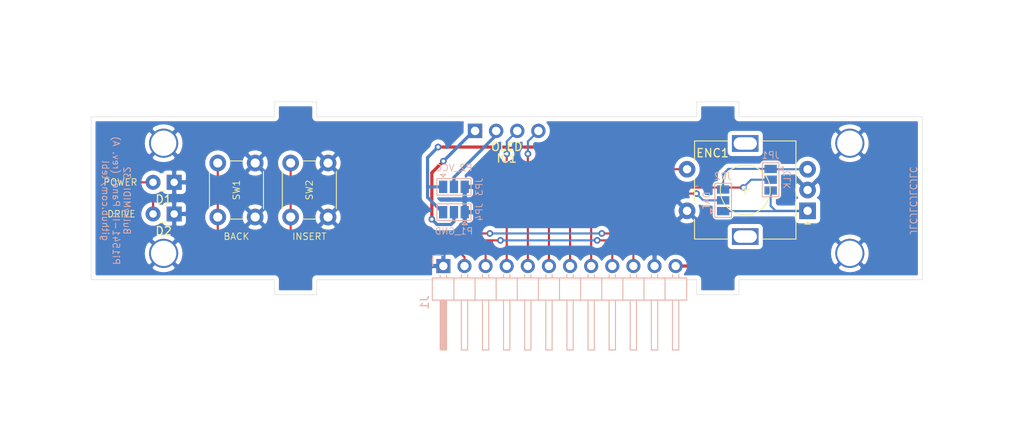
<source format=kicad_pcb>
(kicad_pcb (version 20171130) (host pcbnew "(5.1.8)-1")

  (general
    (thickness 1.6)
    (drawings 24)
    (tracks 108)
    (zones 0)
    (modules 15)
    (nets 16)
  )

  (page A4)
  (layers
    (0 F.Cu signal)
    (31 B.Cu signal)
    (32 B.Adhes user)
    (33 F.Adhes user)
    (34 B.Paste user)
    (35 F.Paste user)
    (36 B.SilkS user)
    (37 F.SilkS user)
    (38 B.Mask user)
    (39 F.Mask user)
    (40 Dwgs.User user)
    (41 Cmts.User user)
    (42 Eco1.User user)
    (43 Eco2.User user)
    (44 Edge.Cuts user)
    (45 Margin user)
    (46 B.CrtYd user)
    (47 F.CrtYd user)
    (48 B.Fab user)
    (49 F.Fab user)
  )

  (setup
    (last_trace_width 0.25)
    (trace_clearance 0.2)
    (zone_clearance 0.508)
    (zone_45_only no)
    (trace_min 0.2)
    (via_size 0.8)
    (via_drill 0.4)
    (via_min_size 0.4)
    (via_min_drill 0.3)
    (uvia_size 0.3)
    (uvia_drill 0.1)
    (uvias_allowed no)
    (uvia_min_size 0.2)
    (uvia_min_drill 0.1)
    (edge_width 0.05)
    (segment_width 0.2)
    (pcb_text_width 0.3)
    (pcb_text_size 1.5 1.5)
    (mod_edge_width 0.12)
    (mod_text_size 1 1)
    (mod_text_width 0.15)
    (pad_size 1.524 1.524)
    (pad_drill 0.762)
    (pad_to_mask_clearance 0)
    (aux_axis_origin 0 0)
    (visible_elements 7FFFFFFF)
    (pcbplotparams
      (layerselection 0x011fc_ffffffff)
      (usegerberextensions true)
      (usegerberattributes false)
      (usegerberadvancedattributes false)
      (creategerberjobfile false)
      (excludeedgelayer true)
      (linewidth 0.100000)
      (plotframeref false)
      (viasonmask false)
      (mode 1)
      (useauxorigin false)
      (hpglpennumber 1)
      (hpglpenspeed 20)
      (hpglpendiameter 15.000000)
      (psnegative false)
      (psa4output false)
      (plotreference true)
      (plotvalue true)
      (plotinvisibletext false)
      (padsonsilk false)
      (subtractmaskfromsilk false)
      (outputformat 1)
      (mirror false)
      (drillshape 0)
      (scaleselection 1)
      (outputdirectory "export/"))
  )

  (net 0 "")
  (net 1 GND)
  (net 2 VCC)
  (net 3 /B)
  (net 4 /A)
  (net 5 "Net-(IC1-Pad1)")
  (net 6 "Net-(IC1-Pad2)")
  (net 7 LED_PWR)
  (net 8 LED_ACT)
  (net 9 SW_ENTER)
  (net 10 I2C_SDA)
  (net 11 I2C_SCL)
  (net 12 SW_UP)
  (net 13 SW_DOWN)
  (net 14 SW_BACK)
  (net 15 SW_INSERT)

  (net_class Default "This is the default net class."
    (clearance 0.2)
    (trace_width 0.25)
    (via_dia 0.8)
    (via_drill 0.4)
    (uvia_dia 0.3)
    (uvia_drill 0.1)
    (add_net /A)
    (add_net /B)
    (add_net I2C_SCL)
    (add_net I2C_SDA)
    (add_net LED_ACT)
    (add_net LED_PWR)
    (add_net SW_BACK)
    (add_net SW_DOWN)
    (add_net SW_ENTER)
    (add_net SW_INSERT)
    (add_net SW_UP)
  )

  (net_class PWR ""
    (clearance 0.2)
    (trace_width 0.381)
    (via_dia 0.8)
    (via_drill 0.4)
    (uvia_dia 0.3)
    (uvia_drill 0.1)
    (add_net GND)
    (add_net "Net-(IC1-Pad1)")
    (add_net "Net-(IC1-Pad2)")
    (add_net VCC)
  )

  (module switch_cutout:SW_PUSH_6mm locked (layer F.Cu) (tedit 601DD404) (tstamp 62C9B918)
    (at 108.578 121.579 90)
    (descr https://www.omron.com/ecb/products/pdf/en-b3f.pdf)
    (tags "tact sw push 6mm")
    (path /62DCBDEC)
    (fp_text reference SW1 (at 0 -4.79 90) (layer F.SilkS) hide
      (effects (font (size 0.8 0.8) (thickness 0.1)))
    )
    (fp_text value BACK (at -5.588 0 180) (layer F.SilkS)
      (effects (font (size 0.8 0.8) (thickness 0.1)))
    )
    (fp_circle (center 0 0) (end -2 0.25) (layer F.Fab) (width 0.1))
    (fp_line (start 3.5 0.75) (end 3.5 -0.75) (layer F.SilkS) (width 0.12))
    (fp_line (start 2.25 -3.25) (end -2.25 -3.25) (layer F.SilkS) (width 0.12))
    (fp_line (start -3.5 -0.75) (end -3.5 0.75) (layer F.SilkS) (width 0.12))
    (fp_line (start -2.25 3.25) (end 2.25 3.25) (layer F.SilkS) (width 0.12))
    (fp_line (start 4.75 -3.5) (end 4.75 3.5) (layer F.CrtYd) (width 0.05))
    (fp_line (start 4.5 3.75) (end -4.5 3.75) (layer F.CrtYd) (width 0.05))
    (fp_line (start -4.75 3.5) (end -4.75 -3.5) (layer F.CrtYd) (width 0.05))
    (fp_line (start -4.5 -3.75) (end 4.5 -3.75) (layer F.CrtYd) (width 0.05))
    (fp_line (start -4.75 3.75) (end -4.5 3.75) (layer F.CrtYd) (width 0.05))
    (fp_line (start -4.75 3.5) (end -4.75 3.75) (layer F.CrtYd) (width 0.05))
    (fp_line (start -4.75 -3.75) (end -4.5 -3.75) (layer F.CrtYd) (width 0.05))
    (fp_line (start -4.75 -3.5) (end -4.75 -3.75) (layer F.CrtYd) (width 0.05))
    (fp_line (start 4.75 -3.75) (end 4.75 -3.5) (layer F.CrtYd) (width 0.05))
    (fp_line (start 4.5 -3.75) (end 4.75 -3.75) (layer F.CrtYd) (width 0.05))
    (fp_line (start 4.75 3.75) (end 4.75 3.5) (layer F.CrtYd) (width 0.05))
    (fp_line (start 4.5 3.75) (end 4.75 3.75) (layer F.CrtYd) (width 0.05))
    (fp_line (start -3 -3) (end 0 -3) (layer F.Fab) (width 0.1))
    (fp_line (start -3 3) (end -3 -3) (layer F.Fab) (width 0.1))
    (fp_line (start 3 3) (end -3 3) (layer F.Fab) (width 0.1))
    (fp_line (start 3 -3) (end 3 3) (layer F.Fab) (width 0.1))
    (fp_line (start 0 -3) (end 3 -3) (layer F.Fab) (width 0.1))
    (fp_text user %R (at 0 0 90) (layer F.SilkS)
      (effects (font (size 0.8 0.8) (thickness 0.1)))
    )
    (pad 1 thru_hole circle (at 3.25 -2.25 180) (size 2 2) (drill 1.1) (layers *.Cu *.Mask)
      (net 14 SW_BACK))
    (pad 2 thru_hole circle (at 3.25 2.25 180) (size 2 2) (drill 1.1) (layers *.Cu *.Mask)
      (net 1 GND))
    (pad 1 thru_hole circle (at -3.25 -2.25 180) (size 2 2) (drill 1.1) (layers *.Cu *.Mask)
      (net 14 SW_BACK))
    (pad 2 thru_hole circle (at -3.25 2.25 180) (size 2 2) (drill 1.1) (layers *.Cu *.Mask)
      (net 1 GND))
    (model ${KISYS3DMOD}/Button_Switch_THT.3dshapes/SW_PUSH_6mm.wrl
      (offset (xyz -3 2.5 0))
      (scale (xyz 1 1 1))
      (rotate (xyz 0 0 0))
    )
  )

  (module switch_cutout:SW_PUSH_6mm locked (layer F.Cu) (tedit 601DD404) (tstamp 62C9B30B)
    (at 117.345 121.579 90)
    (descr https://www.omron.com/ecb/products/pdf/en-b3f.pdf)
    (tags "tact sw push 6mm")
    (path /62DCCF03)
    (fp_text reference SW2 (at 0 -4.79 90) (layer F.SilkS) hide
      (effects (font (size 0.8 0.8) (thickness 0.1)))
    )
    (fp_text value INSERT (at -5.588 0 180) (layer F.SilkS)
      (effects (font (size 0.8 0.8) (thickness 0.1)))
    )
    (fp_circle (center 0 0) (end -2 0.25) (layer F.Fab) (width 0.1))
    (fp_line (start 3.5 0.75) (end 3.5 -0.75) (layer F.SilkS) (width 0.12))
    (fp_line (start 2.25 -3.25) (end -2.25 -3.25) (layer F.SilkS) (width 0.12))
    (fp_line (start -3.5 -0.75) (end -3.5 0.75) (layer F.SilkS) (width 0.12))
    (fp_line (start -2.25 3.25) (end 2.25 3.25) (layer F.SilkS) (width 0.12))
    (fp_line (start 4.75 -3.5) (end 4.75 3.5) (layer F.CrtYd) (width 0.05))
    (fp_line (start 4.5 3.75) (end -4.5 3.75) (layer F.CrtYd) (width 0.05))
    (fp_line (start -4.75 3.5) (end -4.75 -3.5) (layer F.CrtYd) (width 0.05))
    (fp_line (start -4.5 -3.75) (end 4.5 -3.75) (layer F.CrtYd) (width 0.05))
    (fp_line (start -4.75 3.75) (end -4.5 3.75) (layer F.CrtYd) (width 0.05))
    (fp_line (start -4.75 3.5) (end -4.75 3.75) (layer F.CrtYd) (width 0.05))
    (fp_line (start -4.75 -3.75) (end -4.5 -3.75) (layer F.CrtYd) (width 0.05))
    (fp_line (start -4.75 -3.5) (end -4.75 -3.75) (layer F.CrtYd) (width 0.05))
    (fp_line (start 4.75 -3.75) (end 4.75 -3.5) (layer F.CrtYd) (width 0.05))
    (fp_line (start 4.5 -3.75) (end 4.75 -3.75) (layer F.CrtYd) (width 0.05))
    (fp_line (start 4.75 3.75) (end 4.75 3.5) (layer F.CrtYd) (width 0.05))
    (fp_line (start 4.5 3.75) (end 4.75 3.75) (layer F.CrtYd) (width 0.05))
    (fp_line (start -3 -3) (end 0 -3) (layer F.Fab) (width 0.1))
    (fp_line (start -3 3) (end -3 -3) (layer F.Fab) (width 0.1))
    (fp_line (start 3 3) (end -3 3) (layer F.Fab) (width 0.1))
    (fp_line (start 3 -3) (end 3 3) (layer F.Fab) (width 0.1))
    (fp_line (start 0 -3) (end 3 -3) (layer F.Fab) (width 0.1))
    (fp_text user %R (at 0 0 90) (layer F.SilkS)
      (effects (font (size 0.8 0.8) (thickness 0.1)))
    )
    (pad 1 thru_hole circle (at 3.25 -2.25 180) (size 2 2) (drill 1.1) (layers *.Cu *.Mask)
      (net 15 SW_INSERT))
    (pad 2 thru_hole circle (at 3.25 2.25 180) (size 2 2) (drill 1.1) (layers *.Cu *.Mask)
      (net 1 GND))
    (pad 1 thru_hole circle (at -3.25 -2.25 180) (size 2 2) (drill 1.1) (layers *.Cu *.Mask)
      (net 15 SW_INSERT))
    (pad 2 thru_hole circle (at -3.25 2.25 180) (size 2 2) (drill 1.1) (layers *.Cu *.Mask)
      (net 1 GND))
    (model ${KISYS3DMOD}/Button_Switch_THT.3dshapes/SW_PUSH_6mm.wrl
      (offset (xyz -3 3 0))
      (scale (xyz 1 1 1))
      (rotate (xyz 0 0 0))
    )
  )

  (module mounting:M3_pin (layer F.Cu) (tedit 5F76331A) (tstamp 6282A424)
    (at 99.815 129.199)
    (descr "module 1 pin (ou trou mecanique de percage)")
    (tags DEV)
    (path /6282631C)
    (fp_text reference M1 (at 3.048 0) (layer F.Fab) hide
      (effects (font (size 1 1) (thickness 0.15)))
    )
    (fp_text value Mounting_Pin (at 0 3) (layer F.Fab) hide
      (effects (font (size 1 1) (thickness 0.15)))
    )
    (fp_circle (center 0 0) (end 2.6 0) (layer F.CrtYd) (width 0.05))
    (fp_circle (center 0 0) (end 2 0.8) (layer F.Fab) (width 0.1))
    (pad 1 thru_hole circle (at 0 0) (size 3.5 3.5) (drill 3.048) (layers *.Cu *.Mask)
      (net 1 GND) (solder_mask_margin 0.8))
  )

  (module mounting:M3_pin (layer F.Cu) (tedit 5F76331A) (tstamp 6282A42B)
    (at 182.365 129.199)
    (descr "module 1 pin (ou trou mecanique de percage)")
    (tags DEV)
    (path /62826824)
    (fp_text reference M2 (at 0 -3.048) (layer F.Fab) hide
      (effects (font (size 1 1) (thickness 0.15)))
    )
    (fp_text value Mounting_Pin (at 0 3) (layer F.Fab) hide
      (effects (font (size 1 1) (thickness 0.15)))
    )
    (fp_circle (center 0 0) (end 2 0.8) (layer F.Fab) (width 0.1))
    (fp_circle (center 0 0) (end 2.6 0) (layer F.CrtYd) (width 0.05))
    (pad 1 thru_hole circle (at 0 0) (size 3.5 3.5) (drill 3.048) (layers *.Cu *.Mask)
      (net 1 GND) (solder_mask_margin 0.8))
  )

  (module mounting:M3_pin (layer F.Cu) (tedit 5F76331A) (tstamp 6282A432)
    (at 182.365 115.949)
    (descr "module 1 pin (ou trou mecanique de percage)")
    (tags DEV)
    (path /62826D8F)
    (fp_text reference M3 (at 0 -3.048) (layer F.Fab) hide
      (effects (font (size 1 1) (thickness 0.15)))
    )
    (fp_text value Mounting_Pin (at 0 3) (layer F.Fab) hide
      (effects (font (size 1 1) (thickness 0.15)))
    )
    (fp_circle (center 0 0) (end 2.6 0) (layer F.CrtYd) (width 0.05))
    (fp_circle (center 0 0) (end 2 0.8) (layer F.Fab) (width 0.1))
    (pad 1 thru_hole circle (at 0 0) (size 3.5 3.5) (drill 3.048) (layers *.Cu *.Mask)
      (net 1 GND) (solder_mask_margin 0.8))
  )

  (module mounting:M3_pin (layer F.Cu) (tedit 5F76331A) (tstamp 6282A439)
    (at 99.815 115.949)
    (descr "module 1 pin (ou trou mecanique de percage)")
    (tags DEV)
    (path /62827110)
    (fp_text reference M4 (at 0 -3.048) (layer F.Fab) hide
      (effects (font (size 1 1) (thickness 0.15)))
    )
    (fp_text value Mounting_Pin (at 0 3) (layer F.Fab) hide
      (effects (font (size 1 1) (thickness 0.15)))
    )
    (fp_circle (center 0 0) (end 2 0.8) (layer F.Fab) (width 0.1))
    (fp_circle (center 0 0) (end 2.6 0) (layer F.CrtYd) (width 0.05))
    (pad 1 thru_hole circle (at 0 0) (size 3.5 3.5) (drill 3.048) (layers *.Cu *.Mask)
      (net 1 GND) (solder_mask_margin 0.8))
  )

  (module Rotary_Encoder:RotaryEncoder_Alps_EC11E-Switch_Vertical_H20mm locked (layer F.Cu) (tedit 5A74C8CB) (tstamp 628EBC33)
    (at 177.285 124.079 180)
    (descr "Alps rotary encoder, EC12E... with switch, vertical shaft, http://www.alps.com/prod/info/E/HTML/Encoder/Incremental/EC11/EC11E15204A3.html")
    (tags "rotary encoder")
    (path /620DA106)
    (fp_text reference ENC1 (at 11.43 6.945) (layer F.SilkS)
      (effects (font (size 1 1) (thickness 0.15)))
    )
    (fp_text value Rotary_Encoder_Switch (at 7.5 10.4) (layer F.Fab)
      (effects (font (size 1 1) (thickness 0.15)))
    )
    (fp_circle (center 7.5 2.5) (end 10.5 2.5) (layer F.Fab) (width 0.12))
    (fp_circle (center 7.5 2.5) (end 10.5 2.5) (layer F.SilkS) (width 0.12))
    (fp_line (start 16 9.6) (end -1.5 9.6) (layer F.CrtYd) (width 0.05))
    (fp_line (start 16 9.6) (end 16 -4.6) (layer F.CrtYd) (width 0.05))
    (fp_line (start -1.5 -4.6) (end -1.5 9.6) (layer F.CrtYd) (width 0.05))
    (fp_line (start -1.5 -4.6) (end 16 -4.6) (layer F.CrtYd) (width 0.05))
    (fp_line (start 2.5 -3.3) (end 13.5 -3.3) (layer F.Fab) (width 0.12))
    (fp_line (start 13.5 -3.3) (end 13.5 8.3) (layer F.Fab) (width 0.12))
    (fp_line (start 13.5 8.3) (end 1.5 8.3) (layer F.Fab) (width 0.12))
    (fp_line (start 1.5 8.3) (end 1.5 -2.2) (layer F.Fab) (width 0.12))
    (fp_line (start 1.5 -2.2) (end 2.5 -3.3) (layer F.Fab) (width 0.12))
    (fp_line (start 9.5 -3.4) (end 13.6 -3.4) (layer F.SilkS) (width 0.12))
    (fp_line (start 13.6 8.4) (end 9.5 8.4) (layer F.SilkS) (width 0.12))
    (fp_line (start 5.5 8.4) (end 1.4 8.4) (layer F.SilkS) (width 0.12))
    (fp_line (start 5.5 -3.4) (end 1.4 -3.4) (layer F.SilkS) (width 0.12))
    (fp_line (start 1.4 -3.4) (end 1.4 8.4) (layer F.SilkS) (width 0.12))
    (fp_line (start 0 -1.3) (end -0.3 -1.6) (layer F.SilkS) (width 0.12))
    (fp_line (start -0.3 -1.6) (end 0.3 -1.6) (layer F.SilkS) (width 0.12))
    (fp_line (start 0.3 -1.6) (end 0 -1.3) (layer F.SilkS) (width 0.12))
    (fp_line (start 7.5 -0.5) (end 7.5 5.5) (layer F.Fab) (width 0.12))
    (fp_line (start 4.5 2.5) (end 10.5 2.5) (layer F.Fab) (width 0.12))
    (fp_line (start 13.6 -3.4) (end 13.6 -1) (layer F.SilkS) (width 0.12))
    (fp_line (start 13.6 1.2) (end 13.6 3.8) (layer F.SilkS) (width 0.12))
    (fp_line (start 13.6 6) (end 13.6 8.4) (layer F.SilkS) (width 0.12))
    (fp_line (start 7.5 2) (end 7.5 3) (layer F.SilkS) (width 0.12))
    (fp_line (start 7 2.5) (end 8 2.5) (layer F.SilkS) (width 0.12))
    (fp_text user %R (at 11.43 6.945) (layer F.Fab)
      (effects (font (size 1 1) (thickness 0.15)))
    )
    (pad S1 thru_hole circle (at 14.5 5 180) (size 2 2) (drill 1) (layers *.Cu *.Mask)
      (net 9 SW_ENTER))
    (pad S2 thru_hole circle (at 14.5 0 180) (size 2 2) (drill 1) (layers *.Cu *.Mask)
      (net 1 GND))
    (pad MP thru_hole rect (at 7.5 8.1 180) (size 3.2 2) (drill oval 2.8 1.5) (layers *.Cu *.Mask))
    (pad MP thru_hole rect (at 7.5 -3.1 180) (size 3.2 2) (drill oval 2.8 1.5) (layers *.Cu *.Mask))
    (pad B thru_hole circle (at 0 5 180) (size 2 2) (drill 1) (layers *.Cu *.Mask)
      (net 3 /B))
    (pad C thru_hole circle (at 0 2.5 180) (size 2 2) (drill 1) (layers *.Cu *.Mask)
      (net 1 GND))
    (pad A thru_hole rect (at 0 0 180) (size 2 2) (drill 1) (layers *.Cu *.Mask)
      (net 4 /A))
    (model ${KISYS3DMOD}/Rotary_Encoder.3dshapes/RotaryEncoder_Alps_EC11E-Switch_Vertical_H20mm.wrl
      (at (xyz 0 0 0))
      (scale (xyz 1 1 1))
      (rotate (xyz 0 0 0))
    )
  )

  (module Jumper:SolderJumper-3_P1.3mm_Open_Pad1.0x1.5mm (layer B.Cu) (tedit 5A3F8BB2) (tstamp 628EBC45)
    (at 172.84 120.339 270)
    (descr "SMD Solder 3-pad Jumper, 1x1.5mm Pads, 0.3mm gap, open")
    (tags "solder jumper open")
    (path /620E742C)
    (attr virtual)
    (fp_text reference JP1 (at -2.951 0 180) (layer B.SilkS)
      (effects (font (size 0.8 0.8) (thickness 0.1)) (justify mirror))
    )
    (fp_text value CLK (at 0 -2 90) (layer B.SilkS)
      (effects (font (size 0.8 0.8) (thickness 0.1)) (justify mirror))
    )
    (fp_line (start 2.3 -1.25) (end -2.3 -1.25) (layer B.CrtYd) (width 0.05))
    (fp_line (start 2.3 -1.25) (end 2.3 1.25) (layer B.CrtYd) (width 0.05))
    (fp_line (start -2.3 1.25) (end -2.3 -1.25) (layer B.CrtYd) (width 0.05))
    (fp_line (start -2.3 1.25) (end 2.3 1.25) (layer B.CrtYd) (width 0.05))
    (fp_line (start -2.05 1) (end 2.05 1) (layer B.SilkS) (width 0.12))
    (fp_line (start 2.05 1) (end 2.05 -1) (layer B.SilkS) (width 0.12))
    (fp_line (start 2.05 -1) (end -2.05 -1) (layer B.SilkS) (width 0.12))
    (fp_line (start -2.05 -1) (end -2.05 1) (layer B.SilkS) (width 0.12))
    (fp_line (start -1.3 -1.2) (end -1.6 -1.5) (layer B.SilkS) (width 0.12))
    (fp_line (start -1.6 -1.5) (end -1 -1.5) (layer B.SilkS) (width 0.12))
    (fp_line (start -1.3 -1.2) (end -1 -1.5) (layer B.SilkS) (width 0.12))
    (pad 3 smd rect (at 1.3 0 270) (size 1 1.5) (layers B.Cu B.Mask)
      (net 4 /A))
    (pad 2 smd rect (at 0 0 270) (size 1 1.5) (layers B.Cu B.Mask)
      (net 12 SW_UP))
    (pad 1 smd rect (at -1.3 0 270) (size 1 1.5) (layers B.Cu B.Mask)
      (net 3 /B))
  )

  (module Jumper:SolderJumper-3_P1.3mm_Open_Pad1.0x1.5mm (layer B.Cu) (tedit 5A3F8BB2) (tstamp 628EBC57)
    (at 167.125 122.819 90)
    (descr "SMD Solder 3-pad Jumper, 1x1.5mm Pads, 0.3mm gap, open")
    (tags "solder jumper open")
    (path /6210F04F)
    (attr virtual)
    (fp_text reference JP2 (at 2.891 0 180) (layer B.SilkS)
      (effects (font (size 0.8 0.8) (thickness 0.1)) (justify mirror))
    )
    (fp_text value DAT (at 0 -2 90) (layer B.SilkS)
      (effects (font (size 0.8 0.8) (thickness 0.1)) (justify mirror))
    )
    (fp_line (start -1.3 -1.2) (end -1 -1.5) (layer B.SilkS) (width 0.12))
    (fp_line (start -1.6 -1.5) (end -1 -1.5) (layer B.SilkS) (width 0.12))
    (fp_line (start -1.3 -1.2) (end -1.6 -1.5) (layer B.SilkS) (width 0.12))
    (fp_line (start -2.05 -1) (end -2.05 1) (layer B.SilkS) (width 0.12))
    (fp_line (start 2.05 -1) (end -2.05 -1) (layer B.SilkS) (width 0.12))
    (fp_line (start 2.05 1) (end 2.05 -1) (layer B.SilkS) (width 0.12))
    (fp_line (start -2.05 1) (end 2.05 1) (layer B.SilkS) (width 0.12))
    (fp_line (start -2.3 1.25) (end 2.3 1.25) (layer B.CrtYd) (width 0.05))
    (fp_line (start -2.3 1.25) (end -2.3 -1.25) (layer B.CrtYd) (width 0.05))
    (fp_line (start 2.3 -1.25) (end 2.3 1.25) (layer B.CrtYd) (width 0.05))
    (fp_line (start 2.3 -1.25) (end -2.3 -1.25) (layer B.CrtYd) (width 0.05))
    (pad 1 smd rect (at -1.3 0 90) (size 1 1.5) (layers B.Cu B.Mask)
      (net 4 /A))
    (pad 2 smd rect (at 0 0 90) (size 1 1.5) (layers B.Cu B.Mask)
      (net 13 SW_DOWN))
    (pad 3 smd rect (at 1.3 0 90) (size 1 1.5) (layers B.Cu B.Mask)
      (net 3 /B))
  )

  (module i2c_oled:1.3_I2C_OLED_No_mounting locked (layer F.Cu) (tedit 61EDD3CF) (tstamp 62C8CE0D)
    (at 141.09 114.467)
    (descr "Through hole straight pin header, 1x04, 2.54mm pitch, single row")
    (tags "Through hole pin header THT 1x04 2.54mm single row")
    (path /62944F41)
    (fp_text reference IC1 (at 0 3.302) (layer F.SilkS)
      (effects (font (size 1 1) (thickness 0.15)))
    )
    (fp_text value OLED (at 0 1.905) (layer F.SilkS)
      (effects (font (size 1 1) (thickness 0.15)))
    )
    (fp_line (start -16.51 3.175) (end -16.51 25.95) (layer Dwgs.User) (width 0.15))
    (fp_line (start 16.51 3.175) (end -16.51 3.175) (layer Dwgs.User) (width 0.15))
    (fp_line (start 16.51 25.95) (end 16.51 3.175) (layer Dwgs.User) (width 0.15))
    (fp_line (start -16.51 25.95) (end 16.51 25.95) (layer Dwgs.User) (width 0.15))
    (fp_line (start -17.5 -1.3) (end 17.5 -1.3) (layer F.Fab) (width 0.15))
    (fp_line (start -17.5 -1.3) (end -17.5 31.7) (layer F.Fab) (width 0.15))
    (fp_line (start -17.5 31.7) (end 17.5 31.7) (layer F.Fab) (width 0.15))
    (fp_line (start 17.5 31.7) (end 17.5 -1.3) (layer F.Fab) (width 0.15))
    (fp_line (start -7 25.95) (end -7 31.35) (layer Dwgs.User) (width 0.15))
    (fp_line (start 7 25.95) (end 7 31.35) (layer Dwgs.User) (width 0.15))
    (fp_text user %R (at 0 3.302 180) (layer F.Fab)
      (effects (font (size 1 1) (thickness 0.15)))
    )
    (pad 4 thru_hole circle (at 3.81 0) (size 1.7272 1.7272) (drill 1.016) (layers *.Cu *.Mask)
      (net 10 I2C_SDA))
    (pad 3 thru_hole circle (at 1.27 0) (size 1.7272 1.7272) (drill 1.016) (layers *.Cu *.Mask)
      (net 11 I2C_SCL))
    (pad 2 thru_hole circle (at -1.27 0) (size 1.7272 1.7272) (drill 1.016) (layers *.Cu *.Mask)
      (net 6 "Net-(IC1-Pad2)"))
    (pad 1 thru_hole rect (at -3.81 0) (size 1.7272 1.7272) (drill 1.016) (layers *.Cu *.Mask)
      (net 5 "Net-(IC1-Pad1)"))
  )

  (module Connector_PinHeader_2.54mm:PinHeader_1x12_P2.54mm_Horizontal locked (layer B.Cu) (tedit 59FED5CB) (tstamp 62C8CE1F)
    (at 133.47 130.723 270)
    (descr "Through hole angled pin header, 1x12, 2.54mm pitch, 6mm pin length, single row")
    (tags "Through hole angled pin header THT 1x12 2.54mm single row")
    (path /62825997)
    (fp_text reference J1 (at 4.385 2.27 90) (layer B.SilkS)
      (effects (font (size 1 1) (thickness 0.15)) (justify mirror))
    )
    (fp_text value "Module Panel" (at 4.385 -30.21 90) (layer B.Fab)
      (effects (font (size 1 1) (thickness 0.15)) (justify mirror))
    )
    (fp_line (start 10.55 1.8) (end -1.8 1.8) (layer B.CrtYd) (width 0.05))
    (fp_line (start 10.55 -29.75) (end 10.55 1.8) (layer B.CrtYd) (width 0.05))
    (fp_line (start -1.8 -29.75) (end 10.55 -29.75) (layer B.CrtYd) (width 0.05))
    (fp_line (start -1.8 1.8) (end -1.8 -29.75) (layer B.CrtYd) (width 0.05))
    (fp_line (start -1.27 1.27) (end 0 1.27) (layer B.SilkS) (width 0.12))
    (fp_line (start -1.27 0) (end -1.27 1.27) (layer B.SilkS) (width 0.12))
    (fp_line (start 1.042929 -28.32) (end 1.44 -28.32) (layer B.SilkS) (width 0.12))
    (fp_line (start 1.042929 -27.56) (end 1.44 -27.56) (layer B.SilkS) (width 0.12))
    (fp_line (start 10.1 -28.32) (end 4.1 -28.32) (layer B.SilkS) (width 0.12))
    (fp_line (start 10.1 -27.56) (end 10.1 -28.32) (layer B.SilkS) (width 0.12))
    (fp_line (start 4.1 -27.56) (end 10.1 -27.56) (layer B.SilkS) (width 0.12))
    (fp_line (start 1.44 -26.67) (end 4.1 -26.67) (layer B.SilkS) (width 0.12))
    (fp_line (start 1.042929 -25.78) (end 1.44 -25.78) (layer B.SilkS) (width 0.12))
    (fp_line (start 1.042929 -25.02) (end 1.44 -25.02) (layer B.SilkS) (width 0.12))
    (fp_line (start 10.1 -25.78) (end 4.1 -25.78) (layer B.SilkS) (width 0.12))
    (fp_line (start 10.1 -25.02) (end 10.1 -25.78) (layer B.SilkS) (width 0.12))
    (fp_line (start 4.1 -25.02) (end 10.1 -25.02) (layer B.SilkS) (width 0.12))
    (fp_line (start 1.44 -24.13) (end 4.1 -24.13) (layer B.SilkS) (width 0.12))
    (fp_line (start 1.042929 -23.24) (end 1.44 -23.24) (layer B.SilkS) (width 0.12))
    (fp_line (start 1.042929 -22.48) (end 1.44 -22.48) (layer B.SilkS) (width 0.12))
    (fp_line (start 10.1 -23.24) (end 4.1 -23.24) (layer B.SilkS) (width 0.12))
    (fp_line (start 10.1 -22.48) (end 10.1 -23.24) (layer B.SilkS) (width 0.12))
    (fp_line (start 4.1 -22.48) (end 10.1 -22.48) (layer B.SilkS) (width 0.12))
    (fp_line (start 1.44 -21.59) (end 4.1 -21.59) (layer B.SilkS) (width 0.12))
    (fp_line (start 1.042929 -20.7) (end 1.44 -20.7) (layer B.SilkS) (width 0.12))
    (fp_line (start 1.042929 -19.94) (end 1.44 -19.94) (layer B.SilkS) (width 0.12))
    (fp_line (start 10.1 -20.7) (end 4.1 -20.7) (layer B.SilkS) (width 0.12))
    (fp_line (start 10.1 -19.94) (end 10.1 -20.7) (layer B.SilkS) (width 0.12))
    (fp_line (start 4.1 -19.94) (end 10.1 -19.94) (layer B.SilkS) (width 0.12))
    (fp_line (start 1.44 -19.05) (end 4.1 -19.05) (layer B.SilkS) (width 0.12))
    (fp_line (start 1.042929 -18.16) (end 1.44 -18.16) (layer B.SilkS) (width 0.12))
    (fp_line (start 1.042929 -17.4) (end 1.44 -17.4) (layer B.SilkS) (width 0.12))
    (fp_line (start 10.1 -18.16) (end 4.1 -18.16) (layer B.SilkS) (width 0.12))
    (fp_line (start 10.1 -17.4) (end 10.1 -18.16) (layer B.SilkS) (width 0.12))
    (fp_line (start 4.1 -17.4) (end 10.1 -17.4) (layer B.SilkS) (width 0.12))
    (fp_line (start 1.44 -16.51) (end 4.1 -16.51) (layer B.SilkS) (width 0.12))
    (fp_line (start 1.042929 -15.62) (end 1.44 -15.62) (layer B.SilkS) (width 0.12))
    (fp_line (start 1.042929 -14.86) (end 1.44 -14.86) (layer B.SilkS) (width 0.12))
    (fp_line (start 10.1 -15.62) (end 4.1 -15.62) (layer B.SilkS) (width 0.12))
    (fp_line (start 10.1 -14.86) (end 10.1 -15.62) (layer B.SilkS) (width 0.12))
    (fp_line (start 4.1 -14.86) (end 10.1 -14.86) (layer B.SilkS) (width 0.12))
    (fp_line (start 1.44 -13.97) (end 4.1 -13.97) (layer B.SilkS) (width 0.12))
    (fp_line (start 1.042929 -13.08) (end 1.44 -13.08) (layer B.SilkS) (width 0.12))
    (fp_line (start 1.042929 -12.32) (end 1.44 -12.32) (layer B.SilkS) (width 0.12))
    (fp_line (start 10.1 -13.08) (end 4.1 -13.08) (layer B.SilkS) (width 0.12))
    (fp_line (start 10.1 -12.32) (end 10.1 -13.08) (layer B.SilkS) (width 0.12))
    (fp_line (start 4.1 -12.32) (end 10.1 -12.32) (layer B.SilkS) (width 0.12))
    (fp_line (start 1.44 -11.43) (end 4.1 -11.43) (layer B.SilkS) (width 0.12))
    (fp_line (start 1.042929 -10.54) (end 1.44 -10.54) (layer B.SilkS) (width 0.12))
    (fp_line (start 1.042929 -9.78) (end 1.44 -9.78) (layer B.SilkS) (width 0.12))
    (fp_line (start 10.1 -10.54) (end 4.1 -10.54) (layer B.SilkS) (width 0.12))
    (fp_line (start 10.1 -9.78) (end 10.1 -10.54) (layer B.SilkS) (width 0.12))
    (fp_line (start 4.1 -9.78) (end 10.1 -9.78) (layer B.SilkS) (width 0.12))
    (fp_line (start 1.44 -8.89) (end 4.1 -8.89) (layer B.SilkS) (width 0.12))
    (fp_line (start 1.042929 -8) (end 1.44 -8) (layer B.SilkS) (width 0.12))
    (fp_line (start 1.042929 -7.24) (end 1.44 -7.24) (layer B.SilkS) (width 0.12))
    (fp_line (start 10.1 -8) (end 4.1 -8) (layer B.SilkS) (width 0.12))
    (fp_line (start 10.1 -7.24) (end 10.1 -8) (layer B.SilkS) (width 0.12))
    (fp_line (start 4.1 -7.24) (end 10.1 -7.24) (layer B.SilkS) (width 0.12))
    (fp_line (start 1.44 -6.35) (end 4.1 -6.35) (layer B.SilkS) (width 0.12))
    (fp_line (start 1.042929 -5.46) (end 1.44 -5.46) (layer B.SilkS) (width 0.12))
    (fp_line (start 1.042929 -4.7) (end 1.44 -4.7) (layer B.SilkS) (width 0.12))
    (fp_line (start 10.1 -5.46) (end 4.1 -5.46) (layer B.SilkS) (width 0.12))
    (fp_line (start 10.1 -4.7) (end 10.1 -5.46) (layer B.SilkS) (width 0.12))
    (fp_line (start 4.1 -4.7) (end 10.1 -4.7) (layer B.SilkS) (width 0.12))
    (fp_line (start 1.44 -3.81) (end 4.1 -3.81) (layer B.SilkS) (width 0.12))
    (fp_line (start 1.042929 -2.92) (end 1.44 -2.92) (layer B.SilkS) (width 0.12))
    (fp_line (start 1.042929 -2.16) (end 1.44 -2.16) (layer B.SilkS) (width 0.12))
    (fp_line (start 10.1 -2.92) (end 4.1 -2.92) (layer B.SilkS) (width 0.12))
    (fp_line (start 10.1 -2.16) (end 10.1 -2.92) (layer B.SilkS) (width 0.12))
    (fp_line (start 4.1 -2.16) (end 10.1 -2.16) (layer B.SilkS) (width 0.12))
    (fp_line (start 1.44 -1.27) (end 4.1 -1.27) (layer B.SilkS) (width 0.12))
    (fp_line (start 1.11 -0.38) (end 1.44 -0.38) (layer B.SilkS) (width 0.12))
    (fp_line (start 1.11 0.38) (end 1.44 0.38) (layer B.SilkS) (width 0.12))
    (fp_line (start 4.1 -0.28) (end 10.1 -0.28) (layer B.SilkS) (width 0.12))
    (fp_line (start 4.1 -0.16) (end 10.1 -0.16) (layer B.SilkS) (width 0.12))
    (fp_line (start 4.1 -0.04) (end 10.1 -0.04) (layer B.SilkS) (width 0.12))
    (fp_line (start 4.1 0.08) (end 10.1 0.08) (layer B.SilkS) (width 0.12))
    (fp_line (start 4.1 0.2) (end 10.1 0.2) (layer B.SilkS) (width 0.12))
    (fp_line (start 4.1 0.32) (end 10.1 0.32) (layer B.SilkS) (width 0.12))
    (fp_line (start 10.1 -0.38) (end 4.1 -0.38) (layer B.SilkS) (width 0.12))
    (fp_line (start 10.1 0.38) (end 10.1 -0.38) (layer B.SilkS) (width 0.12))
    (fp_line (start 4.1 0.38) (end 10.1 0.38) (layer B.SilkS) (width 0.12))
    (fp_line (start 4.1 1.33) (end 1.44 1.33) (layer B.SilkS) (width 0.12))
    (fp_line (start 4.1 -29.27) (end 4.1 1.33) (layer B.SilkS) (width 0.12))
    (fp_line (start 1.44 -29.27) (end 4.1 -29.27) (layer B.SilkS) (width 0.12))
    (fp_line (start 1.44 1.33) (end 1.44 -29.27) (layer B.SilkS) (width 0.12))
    (fp_line (start 4.04 -28.26) (end 10.04 -28.26) (layer B.Fab) (width 0.1))
    (fp_line (start 10.04 -27.62) (end 10.04 -28.26) (layer B.Fab) (width 0.1))
    (fp_line (start 4.04 -27.62) (end 10.04 -27.62) (layer B.Fab) (width 0.1))
    (fp_line (start -0.32 -28.26) (end 1.5 -28.26) (layer B.Fab) (width 0.1))
    (fp_line (start -0.32 -27.62) (end -0.32 -28.26) (layer B.Fab) (width 0.1))
    (fp_line (start -0.32 -27.62) (end 1.5 -27.62) (layer B.Fab) (width 0.1))
    (fp_line (start 4.04 -25.72) (end 10.04 -25.72) (layer B.Fab) (width 0.1))
    (fp_line (start 10.04 -25.08) (end 10.04 -25.72) (layer B.Fab) (width 0.1))
    (fp_line (start 4.04 -25.08) (end 10.04 -25.08) (layer B.Fab) (width 0.1))
    (fp_line (start -0.32 -25.72) (end 1.5 -25.72) (layer B.Fab) (width 0.1))
    (fp_line (start -0.32 -25.08) (end -0.32 -25.72) (layer B.Fab) (width 0.1))
    (fp_line (start -0.32 -25.08) (end 1.5 -25.08) (layer B.Fab) (width 0.1))
    (fp_line (start 4.04 -23.18) (end 10.04 -23.18) (layer B.Fab) (width 0.1))
    (fp_line (start 10.04 -22.54) (end 10.04 -23.18) (layer B.Fab) (width 0.1))
    (fp_line (start 4.04 -22.54) (end 10.04 -22.54) (layer B.Fab) (width 0.1))
    (fp_line (start -0.32 -23.18) (end 1.5 -23.18) (layer B.Fab) (width 0.1))
    (fp_line (start -0.32 -22.54) (end -0.32 -23.18) (layer B.Fab) (width 0.1))
    (fp_line (start -0.32 -22.54) (end 1.5 -22.54) (layer B.Fab) (width 0.1))
    (fp_line (start 4.04 -20.64) (end 10.04 -20.64) (layer B.Fab) (width 0.1))
    (fp_line (start 10.04 -20) (end 10.04 -20.64) (layer B.Fab) (width 0.1))
    (fp_line (start 4.04 -20) (end 10.04 -20) (layer B.Fab) (width 0.1))
    (fp_line (start -0.32 -20.64) (end 1.5 -20.64) (layer B.Fab) (width 0.1))
    (fp_line (start -0.32 -20) (end -0.32 -20.64) (layer B.Fab) (width 0.1))
    (fp_line (start -0.32 -20) (end 1.5 -20) (layer B.Fab) (width 0.1))
    (fp_line (start 4.04 -18.1) (end 10.04 -18.1) (layer B.Fab) (width 0.1))
    (fp_line (start 10.04 -17.46) (end 10.04 -18.1) (layer B.Fab) (width 0.1))
    (fp_line (start 4.04 -17.46) (end 10.04 -17.46) (layer B.Fab) (width 0.1))
    (fp_line (start -0.32 -18.1) (end 1.5 -18.1) (layer B.Fab) (width 0.1))
    (fp_line (start -0.32 -17.46) (end -0.32 -18.1) (layer B.Fab) (width 0.1))
    (fp_line (start -0.32 -17.46) (end 1.5 -17.46) (layer B.Fab) (width 0.1))
    (fp_line (start 4.04 -15.56) (end 10.04 -15.56) (layer B.Fab) (width 0.1))
    (fp_line (start 10.04 -14.92) (end 10.04 -15.56) (layer B.Fab) (width 0.1))
    (fp_line (start 4.04 -14.92) (end 10.04 -14.92) (layer B.Fab) (width 0.1))
    (fp_line (start -0.32 -15.56) (end 1.5 -15.56) (layer B.Fab) (width 0.1))
    (fp_line (start -0.32 -14.92) (end -0.32 -15.56) (layer B.Fab) (width 0.1))
    (fp_line (start -0.32 -14.92) (end 1.5 -14.92) (layer B.Fab) (width 0.1))
    (fp_line (start 4.04 -13.02) (end 10.04 -13.02) (layer B.Fab) (width 0.1))
    (fp_line (start 10.04 -12.38) (end 10.04 -13.02) (layer B.Fab) (width 0.1))
    (fp_line (start 4.04 -12.38) (end 10.04 -12.38) (layer B.Fab) (width 0.1))
    (fp_line (start -0.32 -13.02) (end 1.5 -13.02) (layer B.Fab) (width 0.1))
    (fp_line (start -0.32 -12.38) (end -0.32 -13.02) (layer B.Fab) (width 0.1))
    (fp_line (start -0.32 -12.38) (end 1.5 -12.38) (layer B.Fab) (width 0.1))
    (fp_line (start 4.04 -10.48) (end 10.04 -10.48) (layer B.Fab) (width 0.1))
    (fp_line (start 10.04 -9.84) (end 10.04 -10.48) (layer B.Fab) (width 0.1))
    (fp_line (start 4.04 -9.84) (end 10.04 -9.84) (layer B.Fab) (width 0.1))
    (fp_line (start -0.32 -10.48) (end 1.5 -10.48) (layer B.Fab) (width 0.1))
    (fp_line (start -0.32 -9.84) (end -0.32 -10.48) (layer B.Fab) (width 0.1))
    (fp_line (start -0.32 -9.84) (end 1.5 -9.84) (layer B.Fab) (width 0.1))
    (fp_line (start 4.04 -7.94) (end 10.04 -7.94) (layer B.Fab) (width 0.1))
    (fp_line (start 10.04 -7.3) (end 10.04 -7.94) (layer B.Fab) (width 0.1))
    (fp_line (start 4.04 -7.3) (end 10.04 -7.3) (layer B.Fab) (width 0.1))
    (fp_line (start -0.32 -7.94) (end 1.5 -7.94) (layer B.Fab) (width 0.1))
    (fp_line (start -0.32 -7.3) (end -0.32 -7.94) (layer B.Fab) (width 0.1))
    (fp_line (start -0.32 -7.3) (end 1.5 -7.3) (layer B.Fab) (width 0.1))
    (fp_line (start 4.04 -5.4) (end 10.04 -5.4) (layer B.Fab) (width 0.1))
    (fp_line (start 10.04 -4.76) (end 10.04 -5.4) (layer B.Fab) (width 0.1))
    (fp_line (start 4.04 -4.76) (end 10.04 -4.76) (layer B.Fab) (width 0.1))
    (fp_line (start -0.32 -5.4) (end 1.5 -5.4) (layer B.Fab) (width 0.1))
    (fp_line (start -0.32 -4.76) (end -0.32 -5.4) (layer B.Fab) (width 0.1))
    (fp_line (start -0.32 -4.76) (end 1.5 -4.76) (layer B.Fab) (width 0.1))
    (fp_line (start 4.04 -2.86) (end 10.04 -2.86) (layer B.Fab) (width 0.1))
    (fp_line (start 10.04 -2.22) (end 10.04 -2.86) (layer B.Fab) (width 0.1))
    (fp_line (start 4.04 -2.22) (end 10.04 -2.22) (layer B.Fab) (width 0.1))
    (fp_line (start -0.32 -2.86) (end 1.5 -2.86) (layer B.Fab) (width 0.1))
    (fp_line (start -0.32 -2.22) (end -0.32 -2.86) (layer B.Fab) (width 0.1))
    (fp_line (start -0.32 -2.22) (end 1.5 -2.22) (layer B.Fab) (width 0.1))
    (fp_line (start 4.04 -0.32) (end 10.04 -0.32) (layer B.Fab) (width 0.1))
    (fp_line (start 10.04 0.32) (end 10.04 -0.32) (layer B.Fab) (width 0.1))
    (fp_line (start 4.04 0.32) (end 10.04 0.32) (layer B.Fab) (width 0.1))
    (fp_line (start -0.32 -0.32) (end 1.5 -0.32) (layer B.Fab) (width 0.1))
    (fp_line (start -0.32 0.32) (end -0.32 -0.32) (layer B.Fab) (width 0.1))
    (fp_line (start -0.32 0.32) (end 1.5 0.32) (layer B.Fab) (width 0.1))
    (fp_line (start 1.5 0.635) (end 2.135 1.27) (layer B.Fab) (width 0.1))
    (fp_line (start 1.5 -29.21) (end 1.5 0.635) (layer B.Fab) (width 0.1))
    (fp_line (start 4.04 -29.21) (end 1.5 -29.21) (layer B.Fab) (width 0.1))
    (fp_line (start 4.04 1.27) (end 4.04 -29.21) (layer B.Fab) (width 0.1))
    (fp_line (start 2.135 1.27) (end 4.04 1.27) (layer B.Fab) (width 0.1))
    (fp_text user %R (at 2.77 -13.97 180) (layer B.Fab)
      (effects (font (size 1 1) (thickness 0.15)) (justify mirror))
    )
    (pad 1 thru_hole rect (at 0 0 270) (size 1.7 1.7) (drill 1) (layers *.Cu *.Mask)
      (net 1 GND))
    (pad 2 thru_hole oval (at 0 -2.54 270) (size 1.7 1.7) (drill 1) (layers *.Cu *.Mask)
      (net 7 LED_PWR))
    (pad 3 thru_hole oval (at 0 -5.08 270) (size 1.7 1.7) (drill 1) (layers *.Cu *.Mask)
      (net 8 LED_ACT))
    (pad 4 thru_hole oval (at 0 -7.62 270) (size 1.7 1.7) (drill 1) (layers *.Cu *.Mask)
      (net 11 I2C_SCL))
    (pad 5 thru_hole oval (at 0 -10.16 270) (size 1.7 1.7) (drill 1) (layers *.Cu *.Mask)
      (net 10 I2C_SDA))
    (pad 6 thru_hole oval (at 0 -12.7 270) (size 1.7 1.7) (drill 1) (layers *.Cu *.Mask)
      (net 9 SW_ENTER))
    (pad 7 thru_hole oval (at 0 -15.24 270) (size 1.7 1.7) (drill 1) (layers *.Cu *.Mask)
      (net 12 SW_UP))
    (pad 8 thru_hole oval (at 0 -17.78 270) (size 1.7 1.7) (drill 1) (layers *.Cu *.Mask)
      (net 13 SW_DOWN))
    (pad 9 thru_hole oval (at 0 -20.32 270) (size 1.7 1.7) (drill 1) (layers *.Cu *.Mask)
      (net 14 SW_BACK))
    (pad 10 thru_hole oval (at 0 -22.86 270) (size 1.7 1.7) (drill 1) (layers *.Cu *.Mask)
      (net 15 SW_INSERT))
    (pad 11 thru_hole oval (at 0 -25.4 270) (size 1.7 1.7) (drill 1) (layers *.Cu *.Mask)
      (net 1 GND))
    (pad 12 thru_hole oval (at 0 -27.94 270) (size 1.7 1.7) (drill 1) (layers *.Cu *.Mask)
      (net 2 VCC))
    (model ${KISYS3DMOD}/Connector_PinHeader_2.54mm.3dshapes/PinHeader_1x12_P2.54mm_Horizontal.wrl
      (at (xyz 0 0 0))
      (scale (xyz 1 1 1))
      (rotate (xyz 0 0 0))
    )
  )

  (module Jumper:SolderJumper-3_P1.3mm_Open_Pad1.0x1.5mm (layer B.Cu) (tedit 5A3F8BB2) (tstamp 62C8E445)
    (at 134.74 124.246 180)
    (descr "SMD Solder 3-pad Jumper, 1x1.5mm Pads, 0.3mm gap, open")
    (tags "solder jumper open")
    (path /5F14C67F)
    (attr virtual)
    (fp_text reference JP3 (at -3.048 3.048 -90) (layer B.SilkS)
      (effects (font (size 0.8 0.8) (thickness 0.1)) (justify mirror))
    )
    (fp_text value P1_GND (at 0 -2.286) (layer B.SilkS)
      (effects (font (size 0.8 0.8) (thickness 0.1)) (justify mirror))
    )
    (fp_line (start 2.3 -1.25) (end -2.3 -1.25) (layer B.CrtYd) (width 0.05))
    (fp_line (start 2.3 -1.25) (end 2.3 1.25) (layer B.CrtYd) (width 0.05))
    (fp_line (start -2.3 1.25) (end -2.3 -1.25) (layer B.CrtYd) (width 0.05))
    (fp_line (start -2.3 1.25) (end 2.3 1.25) (layer B.CrtYd) (width 0.05))
    (fp_line (start -2.05 1) (end 2.05 1) (layer B.SilkS) (width 0.12))
    (fp_line (start 2.05 1) (end 2.05 -1) (layer B.SilkS) (width 0.12))
    (fp_line (start 2.05 -1) (end -2.05 -1) (layer B.SilkS) (width 0.12))
    (fp_line (start -2.05 -1) (end -2.05 1) (layer B.SilkS) (width 0.12))
    (fp_line (start -1.3 -1.2) (end -1.6 -1.5) (layer B.SilkS) (width 0.12))
    (fp_line (start -1.6 -1.5) (end -1 -1.5) (layer B.SilkS) (width 0.12))
    (fp_line (start -1.3 -1.2) (end -1 -1.5) (layer B.SilkS) (width 0.12))
    (pad 3 smd rect (at 1.3 0 180) (size 1 1.5) (layers B.Cu B.Mask)
      (net 2 VCC))
    (pad 2 smd rect (at 0 0 180) (size 1 1.5) (layers B.Cu B.Mask)
      (net 5 "Net-(IC1-Pad1)"))
    (pad 1 smd rect (at -1.3 0 180) (size 1 1.5) (layers B.Cu B.Mask)
      (net 1 GND))
  )

  (module Jumper:SolderJumper-3_P1.3mm_Open_Pad1.0x1.5mm (layer B.Cu) (tedit 5A3F8BB2) (tstamp 62C8E49B)
    (at 134.74 121.198)
    (descr "SMD Solder 3-pad Jumper, 1x1.5mm Pads, 0.3mm gap, open")
    (tags "solder jumper open")
    (path /5F12F8C1)
    (attr virtual)
    (fp_text reference JP4 (at 3.048 3.048 -90) (layer B.SilkS)
      (effects (font (size 0.8 0.8) (thickness 0.1)) (justify mirror))
    )
    (fp_text value P2_VCC (at 0 -2.286) (layer B.SilkS)
      (effects (font (size 0.8 0.8) (thickness 0.1)) (justify mirror))
    )
    (fp_line (start -1.3 -1.2) (end -1 -1.5) (layer B.SilkS) (width 0.12))
    (fp_line (start -1.6 -1.5) (end -1 -1.5) (layer B.SilkS) (width 0.12))
    (fp_line (start -1.3 -1.2) (end -1.6 -1.5) (layer B.SilkS) (width 0.12))
    (fp_line (start -2.05 -1) (end -2.05 1) (layer B.SilkS) (width 0.12))
    (fp_line (start 2.05 -1) (end -2.05 -1) (layer B.SilkS) (width 0.12))
    (fp_line (start 2.05 1) (end 2.05 -1) (layer B.SilkS) (width 0.12))
    (fp_line (start -2.05 1) (end 2.05 1) (layer B.SilkS) (width 0.12))
    (fp_line (start -2.3 1.25) (end 2.3 1.25) (layer B.CrtYd) (width 0.05))
    (fp_line (start -2.3 1.25) (end -2.3 -1.25) (layer B.CrtYd) (width 0.05))
    (fp_line (start 2.3 -1.25) (end 2.3 1.25) (layer B.CrtYd) (width 0.05))
    (fp_line (start 2.3 -1.25) (end -2.3 -1.25) (layer B.CrtYd) (width 0.05))
    (pad 1 smd rect (at -1.3 0) (size 1 1.5) (layers B.Cu B.Mask)
      (net 2 VCC))
    (pad 2 smd rect (at 0 0) (size 1 1.5) (layers B.Cu B.Mask)
      (net 6 "Net-(IC1-Pad2)"))
    (pad 3 smd rect (at 1.3 0) (size 1 1.5) (layers B.Cu B.Mask)
      (net 1 GND))
  )

  (module LED_THT:LED_Rectangular_W3.0mm_H2.0mm (layer F.Cu) (tedit 587A3A7B) (tstamp 64092A0E)
    (at 101.085 120.65 180)
    (descr "LED_Rectangular, Rectangular,  Rectangular size 3.0x2.0mm^2, 2 pins, http://www.kingbright.com/attachments/file/psearch/000/00/00/L-169XCGDK(Ver.9B).pdf")
    (tags "LED_Rectangular Rectangular  Rectangular size 3.0x2.0mm^2 2 pins")
    (path /62E71D8E)
    (fp_text reference D1 (at 1.27 -2.06) (layer F.SilkS)
      (effects (font (size 1 1) (thickness 0.15)))
    )
    (fp_text value POWER (at 6.47 0) (layer F.SilkS)
      (effects (font (size 0.8 0.8) (thickness 0.1)))
    )
    (fp_line (start 3.7 -1.35) (end -1.15 -1.35) (layer F.CrtYd) (width 0.05))
    (fp_line (start 3.7 1.35) (end 3.7 -1.35) (layer F.CrtYd) (width 0.05))
    (fp_line (start -1.15 1.35) (end 3.7 1.35) (layer F.CrtYd) (width 0.05))
    (fp_line (start -1.15 -1.35) (end -1.15 1.35) (layer F.CrtYd) (width 0.05))
    (fp_line (start 1.08 1.06) (end 1.811 1.06) (layer F.SilkS) (width 0.12))
    (fp_line (start 1.08 -1.06) (end 1.811 -1.06) (layer F.SilkS) (width 0.12))
    (fp_line (start 2.77 -1) (end -0.23 -1) (layer F.Fab) (width 0.1))
    (fp_line (start 2.77 1) (end 2.77 -1) (layer F.Fab) (width 0.1))
    (fp_line (start -0.23 1) (end 2.77 1) (layer F.Fab) (width 0.1))
    (fp_line (start -0.23 -1) (end -0.23 1) (layer F.Fab) (width 0.1))
    (pad 1 thru_hole rect (at 0 0 180) (size 1.8 1.8) (drill 0.9) (layers *.Cu *.Mask)
      (net 1 GND))
    (pad 2 thru_hole circle (at 2.54 0 180) (size 1.8 1.8) (drill 0.9) (layers *.Cu *.Mask)
      (net 7 LED_PWR))
    (model ${KISYS3DMOD}/LED_THT.3dshapes/LED_Rectangular_W3.0mm_H2.0mm.wrl
      (at (xyz 0 0 0))
      (scale (xyz 1 1 1))
      (rotate (xyz 0 0 0))
    )
  )

  (module LED_THT:LED_Rectangular_W3.0mm_H2.0mm (layer F.Cu) (tedit 587A3A7B) (tstamp 64092A1D)
    (at 101.085 124.46 180)
    (descr "LED_Rectangular, Rectangular,  Rectangular size 3.0x2.0mm^2, 2 pins, http://www.kingbright.com/attachments/file/psearch/000/00/00/L-169XCGDK(Ver.9B).pdf")
    (tags "LED_Rectangular Rectangular  Rectangular size 3.0x2.0mm^2 2 pins")
    (path /640EF10C)
    (fp_text reference D2 (at 1.27 -2.06) (layer F.SilkS)
      (effects (font (size 1 1) (thickness 0.15)))
    )
    (fp_text value DRIVE (at 6.35 0) (layer F.SilkS)
      (effects (font (size 0.8 0.8) (thickness 0.1)))
    )
    (fp_line (start -0.23 -1) (end -0.23 1) (layer F.Fab) (width 0.1))
    (fp_line (start -0.23 1) (end 2.77 1) (layer F.Fab) (width 0.1))
    (fp_line (start 2.77 1) (end 2.77 -1) (layer F.Fab) (width 0.1))
    (fp_line (start 2.77 -1) (end -0.23 -1) (layer F.Fab) (width 0.1))
    (fp_line (start 1.08 -1.06) (end 1.811 -1.06) (layer F.SilkS) (width 0.12))
    (fp_line (start 1.08 1.06) (end 1.811 1.06) (layer F.SilkS) (width 0.12))
    (fp_line (start -1.15 -1.35) (end -1.15 1.35) (layer F.CrtYd) (width 0.05))
    (fp_line (start -1.15 1.35) (end 3.7 1.35) (layer F.CrtYd) (width 0.05))
    (fp_line (start 3.7 1.35) (end 3.7 -1.35) (layer F.CrtYd) (width 0.05))
    (fp_line (start 3.7 -1.35) (end -1.15 -1.35) (layer F.CrtYd) (width 0.05))
    (pad 2 thru_hole circle (at 2.54 0 180) (size 1.8 1.8) (drill 0.9) (layers *.Cu *.Mask)
      (net 8 LED_ACT))
    (pad 1 thru_hole rect (at 0 0 180) (size 1.8 1.8) (drill 0.9) (layers *.Cu *.Mask)
      (net 1 GND))
    (model ${KISYS3DMOD}/LED_THT.3dshapes/LED_Rectangular_W3.0mm_H2.0mm.wrl
      (at (xyz 0 0 0))
      (scale (xyz 1 1 1))
      (rotate (xyz 0 0 0))
    )
  )

  (gr_text JLCJLCJLCJLC (at 189.985 122.849 270) (layer B.SilkS) (tstamp 62C8ED1D)
    (effects (font (size 0.8 0.8) (thickness 0.1)) (justify mirror))
  )
  (gr_text "BulkyMIDI-32\nPi1541-III Panel (rev. A)\ngithub.com/tebl" (at 94.1 122.849 270) (layer B.SilkS) (tstamp 6286D3C9)
    (effects (font (size 0.8 0.8) (thickness 0.1)) (justify mirror))
  )
  (gr_line (start 163.95 112.774) (end 141.09 112.774) (layer Edge.Cuts) (width 0.05) (tstamp 6282E724))
  (gr_line (start 118.23 112.774) (end 141.09 112.774) (layer Edge.Cuts) (width 0.05) (tstamp 6282E723))
  (gr_line (start 113.15 112.774) (end 91.09 112.774) (layer Edge.Cuts) (width 0.05) (tstamp 6282E722))
  (gr_line (start 191.09 112.774) (end 169.03 112.774) (layer Edge.Cuts) (width 0.05) (tstamp 6282E721))
  (gr_line (start 163.95 112.774) (end 163.95 110.974) (layer Edge.Cuts) (width 0.05) (tstamp 6282E720))
  (gr_line (start 169.03 110.974) (end 163.95 110.974) (layer Edge.Cuts) (width 0.05) (tstamp 6282E71F))
  (gr_line (start 118.23 112.774) (end 118.23 110.974) (layer Edge.Cuts) (width 0.05) (tstamp 6282E71E))
  (gr_line (start 118.23 110.974) (end 113.15 110.974) (layer Edge.Cuts) (width 0.05) (tstamp 6282E71D))
  (gr_line (start 169.03 112.774) (end 169.03 110.974) (layer Edge.Cuts) (width 0.05) (tstamp 6282E71C))
  (gr_line (start 113.15 112.774) (end 113.15 110.974) (layer Edge.Cuts) (width 0.05) (tstamp 6282E71B))
  (gr_line (start 163.95 132.374) (end 141.09 132.374) (layer Edge.Cuts) (width 0.05) (tstamp 6282E6FC))
  (gr_line (start 118.23 132.374) (end 141.09 132.374) (layer Edge.Cuts) (width 0.05) (tstamp 6282E6F8))
  (gr_line (start 169.03 132.374) (end 169.03 134.174) (layer Edge.Cuts) (width 0.05) (tstamp 6282E1A4))
  (gr_line (start 163.95 132.374) (end 163.95 134.174) (layer Edge.Cuts) (width 0.05) (tstamp 6282E1A3))
  (gr_line (start 163.95 134.174) (end 169.03 134.174) (layer Edge.Cuts) (width 0.05) (tstamp 6282E1A2))
  (gr_line (start 118.23 132.374) (end 118.23 134.174) (layer Edge.Cuts) (width 0.05) (tstamp 6282E1A4))
  (gr_line (start 113.15 132.374) (end 113.15 134.174) (layer Edge.Cuts) (width 0.05) (tstamp 6282E1A3))
  (gr_line (start 113.15 134.174) (end 118.23 134.174) (layer Edge.Cuts) (width 0.05) (tstamp 6282E1A2))
  (gr_line (start 91.09 132.374) (end 113.15 132.374) (layer Edge.Cuts) (width 0.05) (tstamp 620DB217))
  (gr_line (start 91.09 112.774) (end 91.09 132.374) (layer Edge.Cuts) (width 0.05))
  (gr_line (start 191.09 132.374) (end 191.09 112.774) (layer Edge.Cuts) (width 0.05))
  (gr_line (start 169.03 132.374) (end 191.09 132.374) (layer Edge.Cuts) (width 0.05))

  (segment (start 136.01 124.276) (end 136.04 124.246) (width 0.381) (layer B.Cu) (net 1) (status 30))
  (segment (start 133.44 121.198) (end 133.089 121.198) (width 0.381) (layer B.Cu) (net 2) (status 30))
  (segment (start 131.565 119.039) (end 131.565 119.129) (width 0.381) (layer B.Cu) (net 2))
  (segment (start 133.44 121.198) (end 131.565 121.198) (width 0.381) (layer B.Cu) (net 2) (status 10))
  (segment (start 131.565 119.039) (end 131.565 121.198) (width 0.381) (layer B.Cu) (net 2))
  (segment (start 132.835 116.409) (end 132.925 116.499) (width 0.381) (layer F.Cu) (net 2))
  (segment (start 131.565 117.679) (end 131.565 117.769) (width 0.381) (layer B.Cu) (net 2))
  (segment (start 132.835 116.409) (end 131.565 117.679) (width 0.381) (layer B.Cu) (net 2))
  (segment (start 131.565 119.039) (end 131.565 117.769) (width 0.381) (layer B.Cu) (net 2))
  (via (at 132.835 116.409) (size 0.8) (drill 0.4) (layers F.Cu B.Cu) (net 2))
  (segment (start 161.41 130.723) (end 178.301 130.723) (width 0.381) (layer F.Cu) (net 2) (status 10))
  (segment (start 178.301 130.723) (end 179.19 129.834) (width 0.381) (layer F.Cu) (net 2))
  (segment (start 178.555 113.959) (end 148.53 113.959) (width 0.381) (layer F.Cu) (net 2))
  (segment (start 179.19 129.834) (end 179.19 114.594) (width 0.381) (layer F.Cu) (net 2))
  (segment (start 148.53 113.959) (end 146.08 116.409) (width 0.381) (layer F.Cu) (net 2))
  (segment (start 179.19 114.594) (end 178.555 113.959) (width 0.381) (layer F.Cu) (net 2))
  (segment (start 146.08 116.409) (end 132.835 116.409) (width 0.381) (layer F.Cu) (net 2))
  (segment (start 131.565 122.461) (end 131.565 121.198) (width 0.381) (layer B.Cu) (net 2))
  (segment (start 133.35 124.246) (end 131.565 122.461) (width 0.381) (layer B.Cu) (net 2) (status 10))
  (segment (start 133.44 124.246) (end 133.35 124.246) (width 0.381) (layer B.Cu) (net 2) (status 30))
  (segment (start 172.88 119.079) (end 172.84 119.039) (width 0.25) (layer B.Cu) (net 3) (status 30))
  (segment (start 177.285 119.079) (end 172.88 119.079) (width 0.25) (layer B.Cu) (net 3) (status 30))
  (segment (start 172.84 119.039) (end 167.76 119.039) (width 0.25) (layer B.Cu) (net 3) (status 10))
  (segment (start 167.125 119.674) (end 167.125 121.519) (width 0.25) (layer B.Cu) (net 3) (status 20))
  (segment (start 167.76 119.039) (end 167.125 119.674) (width 0.25) (layer B.Cu) (net 3))
  (segment (start 172.84 121.639) (end 172.84 123.484) (width 0.25) (layer B.Cu) (net 4) (status 10))
  (segment (start 173.435 124.079) (end 177.285 124.079) (width 0.25) (layer B.Cu) (net 4) (status 20))
  (segment (start 172.84 123.484) (end 173.435 124.079) (width 0.25) (layer B.Cu) (net 4))
  (segment (start 177.245 124.119) (end 177.285 124.079) (width 0.25) (layer B.Cu) (net 4) (status 30))
  (segment (start 167.125 124.119) (end 177.245 124.119) (width 0.25) (layer B.Cu) (net 4) (status 30))
  (via (at 132.079998 125.095) (size 0.8) (drill 0.4) (layers F.Cu B.Cu) (net 5))
  (via (at 133.469976 118.11) (size 0.8) (drill 0.4) (layers F.Cu B.Cu) (net 5))
  (segment (start 132.079998 125.095) (end 132.079998 119.499978) (width 0.381) (layer F.Cu) (net 5))
  (segment (start 132.079998 119.499978) (end 133.469976 118.11) (width 0.381) (layer F.Cu) (net 5))
  (segment (start 137.112976 114.467) (end 133.469976 118.11) (width 0.381) (layer B.Cu) (net 5))
  (segment (start 137.28 114.467) (end 137.112976 114.467) (width 0.381) (layer B.Cu) (net 5))
  (segment (start 132.714998 125.73) (end 132.079998 125.095) (width 0.381) (layer B.Cu) (net 5))
  (segment (start 134.387 125.73) (end 132.714998 125.73) (width 0.381) (layer B.Cu) (net 5))
  (segment (start 134.74 125.377) (end 134.387 125.73) (width 0.381) (layer B.Cu) (net 5))
  (segment (start 134.74 124.246) (end 134.74 125.377) (width 0.381) (layer B.Cu) (net 5))
  (segment (start 139.82 114.467) (end 139.82 114.975) (width 0.381) (layer B.Cu) (net 6) (status 30))
  (segment (start 139.82 114.975) (end 134.74 120.055) (width 0.381) (layer B.Cu) (net 6) (status 10))
  (segment (start 134.74 120.055) (end 134.74 121.198) (width 0.381) (layer B.Cu) (net 6) (status 20))
  (segment (start 97.155 120.65) (end 98.545 120.65) (width 0.25) (layer F.Cu) (net 7))
  (segment (start 97.028 126.238) (end 96.52 125.73) (width 0.25) (layer F.Cu) (net 7))
  (segment (start 102.0445 126.238) (end 97.028 126.238) (width 0.25) (layer F.Cu) (net 7))
  (segment (start 104.7115 128.905) (end 102.0445 126.238) (width 0.25) (layer F.Cu) (net 7))
  (segment (start 96.52 121.285) (end 97.155 120.65) (width 0.25) (layer F.Cu) (net 7))
  (segment (start 135.255 128.905) (end 104.7115 128.905) (width 0.25) (layer F.Cu) (net 7))
  (segment (start 96.52 125.73) (end 96.52 121.285) (width 0.25) (layer F.Cu) (net 7))
  (segment (start 136.01 129.66) (end 135.255 128.905) (width 0.25) (layer F.Cu) (net 7))
  (segment (start 136.01 130.723) (end 136.01 129.66) (width 0.25) (layer F.Cu) (net 7))
  (segment (start 105.41 128.27) (end 137.795 128.27) (width 0.25) (layer F.Cu) (net 8))
  (segment (start 138.55 129.025) (end 138.55 130.723) (width 0.25) (layer F.Cu) (net 8))
  (segment (start 102.87 125.73) (end 105.41 128.27) (width 0.25) (layer F.Cu) (net 8))
  (segment (start 137.795 128.27) (end 138.55 129.025) (width 0.25) (layer F.Cu) (net 8))
  (segment (start 102.235 122.555) (end 102.87 123.19) (width 0.25) (layer F.Cu) (net 8))
  (segment (start 102.87 123.19) (end 102.87 125.73) (width 0.25) (layer F.Cu) (net 8))
  (segment (start 99.06 122.555) (end 102.235 122.555) (width 0.25) (layer F.Cu) (net 8))
  (segment (start 98.545 123.07) (end 99.06 122.555) (width 0.25) (layer F.Cu) (net 8))
  (segment (start 98.545 124.46) (end 98.545 123.07) (width 0.25) (layer F.Cu) (net 8))
  (segment (start 146.17 130.723) (end 146.17 120.53) (width 0.25) (layer F.Cu) (net 9) (status 10))
  (segment (start 147.621 119.079) (end 162.785 119.079) (width 0.25) (layer F.Cu) (net 9) (status 20))
  (segment (start 146.17 120.53) (end 147.621 119.079) (width 0.25) (layer F.Cu) (net 9))
  (via (at 143.637 117.221) (size 0.8) (drill 0.4) (layers F.Cu B.Cu) (net 10))
  (segment (start 143.63 117.228) (end 143.637 117.221) (width 0.25) (layer F.Cu) (net 10))
  (segment (start 143.63 130.723) (end 143.63 117.228) (width 0.25) (layer F.Cu) (net 10) (status 10))
  (segment (start 143.637 115.73) (end 144.9 114.467) (width 0.25) (layer B.Cu) (net 10) (status 20))
  (segment (start 143.637 117.221) (end 143.637 115.73) (width 0.25) (layer B.Cu) (net 10))
  (via (at 141.097 117.221) (size 0.8) (drill 0.4) (layers F.Cu B.Cu) (net 11))
  (segment (start 141.09 117.228) (end 141.097 117.221) (width 0.25) (layer F.Cu) (net 11))
  (segment (start 141.09 130.723) (end 141.09 117.228) (width 0.25) (layer F.Cu) (net 11) (status 10))
  (segment (start 141.097 115.73) (end 142.36 114.467) (width 0.25) (layer B.Cu) (net 11) (status 20))
  (segment (start 141.097 117.221) (end 141.097 115.73) (width 0.25) (layer B.Cu) (net 11))
  (via (at 169.545 121.285) (size 0.8) (drill 0.4) (layers F.Cu B.Cu) (net 12))
  (segment (start 170.491 120.339) (end 169.545 121.285) (width 0.25) (layer B.Cu) (net 12))
  (segment (start 172.84 120.339) (end 170.491 120.339) (width 0.25) (layer B.Cu) (net 12) (status 10))
  (segment (start 148.71 122.435) (end 148.71 130.723) (width 0.25) (layer F.Cu) (net 12) (status 20))
  (segment (start 149.86 121.285) (end 148.71 122.435) (width 0.25) (layer F.Cu) (net 12))
  (segment (start 169.545 121.285) (end 149.86 121.285) (width 0.25) (layer F.Cu) (net 12))
  (via (at 163.92 122.01) (size 0.8) (drill 0.4) (layers F.Cu B.Cu) (net 13))
  (segment (start 164.729 122.819) (end 163.92 122.01) (width 0.25) (layer B.Cu) (net 13))
  (segment (start 167.125 122.819) (end 164.729 122.819) (width 0.25) (layer B.Cu) (net 13) (status 10))
  (segment (start 152.31 122.01) (end 163.92 122.01) (width 0.25) (layer F.Cu) (net 13))
  (segment (start 151.25 123.07) (end 152.31 122.01) (width 0.25) (layer F.Cu) (net 13))
  (segment (start 151.25 130.723) (end 151.25 123.07) (width 0.25) (layer F.Cu) (net 13) (status 10))
  (segment (start 106.328 118.329) (end 106.328 124.829) (width 0.25) (layer F.Cu) (net 14) (status 30))
  (segment (start 106.328 124.829) (end 106.328 126.648) (width 0.25) (layer F.Cu) (net 14))
  (segment (start 106.328 126.648) (end 107.315 127.635) (width 0.25) (layer F.Cu) (net 14))
  (segment (start 107.315 127.635) (end 116.84 127.635) (width 0.25) (layer F.Cu) (net 14))
  (via (at 140.335 127.635) (size 0.8) (drill 0.4) (layers F.Cu B.Cu) (net 14))
  (segment (start 116.84 127.635) (end 140.335 127.635) (width 0.25) (layer F.Cu) (net 14))
  (via (at 151.975 127.635) (size 0.8) (drill 0.4) (layers F.Cu B.Cu) (net 14))
  (segment (start 140.335 127.635) (end 151.975 127.635) (width 0.25) (layer B.Cu) (net 14))
  (segment (start 151.975 127.635) (end 153.035 127.635) (width 0.25) (layer F.Cu) (net 14))
  (segment (start 153.79 128.39) (end 153.79 130.723) (width 0.25) (layer F.Cu) (net 14))
  (segment (start 153.035 127.635) (end 153.79 128.39) (width 0.25) (layer F.Cu) (net 14))
  (segment (start 115.095 118.329) (end 115.095 124.829) (width 0.25) (layer F.Cu) (net 15) (status 30))
  (via (at 152.53121 126.803956) (size 0.8) (drill 0.4) (layers F.Cu B.Cu) (net 15))
  (segment (start 152.53121 126.803956) (end 155.378956 126.803956) (width 0.25) (layer F.Cu) (net 15))
  (segment (start 156.33 127.755) (end 156.33 130.723) (width 0.25) (layer F.Cu) (net 15))
  (segment (start 155.378956 126.803956) (end 156.33 127.755) (width 0.25) (layer F.Cu) (net 15))
  (via (at 139.065 126.803956) (size 0.8) (drill 0.4) (layers F.Cu B.Cu) (net 15))
  (segment (start 139.733936 126.803956) (end 152.53121 126.803956) (width 0.25) (layer B.Cu) (net 15))
  (segment (start 139.065 126.803956) (end 139.733936 126.803956) (width 0.25) (layer B.Cu) (net 15))
  (segment (start 115.095 126.525) (end 115.095 124.829) (width 0.25) (layer F.Cu) (net 15))
  (segment (start 115.373956 126.803956) (end 115.095 126.525) (width 0.25) (layer F.Cu) (net 15))
  (segment (start 139.065 126.803956) (end 115.373956 126.803956) (width 0.25) (layer F.Cu) (net 15))

  (zone (net 1) (net_name GND) (layer B.Cu) (tstamp 6409AC1C) (hatch edge 0.508)
    (connect_pads (clearance 0.508))
    (min_thickness 0.254)
    (fill yes (arc_segments 32) (thermal_gap 0.508) (thermal_bridge_width 0.508))
    (polygon
      (pts
        (xy 203.32 151.424) (xy 80.13 151.424) (xy 80.13 98.719) (xy 203.32 98.719)
      )
    )
    (filled_polygon
      (pts
        (xy 117.57 112.74158) (xy 117.566807 112.774) (xy 117.57955 112.903383) (xy 117.61729 113.027793) (xy 117.678575 113.14245)
        (xy 117.761052 113.242948) (xy 117.86155 113.325425) (xy 117.976207 113.38671) (xy 118.100617 113.42445) (xy 118.23 113.437193)
        (xy 118.262419 113.434) (xy 135.804214 113.434) (xy 135.790588 113.478918) (xy 135.778328 113.6034) (xy 135.778328 114.634215)
        (xy 133.862153 116.550391) (xy 133.87 116.510939) (xy 133.87 116.307061) (xy 133.830226 116.107102) (xy 133.752205 115.918744)
        (xy 133.638937 115.749226) (xy 133.494774 115.605063) (xy 133.325256 115.491795) (xy 133.136898 115.413774) (xy 132.936939 115.374)
        (xy 132.733061 115.374) (xy 132.533102 115.413774) (xy 132.344744 115.491795) (xy 132.175226 115.605063) (xy 132.031063 115.749226)
        (xy 131.917795 115.918744) (xy 131.839774 116.107102) (xy 131.807572 116.268996) (xy 131.009966 117.066602) (xy 130.978459 117.092459)
        (xy 130.909214 117.176835) (xy 130.875301 117.218158) (xy 130.813652 117.333494) (xy 130.798647 117.361567) (xy 130.751444 117.517175)
        (xy 130.741454 117.618609) (xy 130.735506 117.679) (xy 130.7395 117.71955) (xy 130.7395 117.809553) (xy 130.739501 117.809563)
        (xy 130.7395 118.998447) (xy 130.7395 118.998448) (xy 130.739501 121.157437) (xy 130.735506 121.198) (xy 130.739501 121.238562)
        (xy 130.7395 122.420449) (xy 130.735506 122.461) (xy 130.7395 122.50155) (xy 130.7395 122.501552) (xy 130.751444 122.622825)
        (xy 130.783501 122.728502) (xy 130.798647 122.778433) (xy 130.875301 122.921842) (xy 130.893147 122.943587) (xy 130.978459 123.047541)
        (xy 131.009966 123.073398) (xy 131.996567 124.06) (xy 131.978059 124.06) (xy 131.7781 124.099774) (xy 131.589742 124.177795)
        (xy 131.420224 124.291063) (xy 131.276061 124.435226) (xy 131.162793 124.604744) (xy 131.084772 124.793102) (xy 131.044998 124.993061)
        (xy 131.044998 125.196939) (xy 131.084772 125.396898) (xy 131.162793 125.585256) (xy 131.276061 125.754774) (xy 131.420224 125.898937)
        (xy 131.589742 126.012205) (xy 131.7781 126.090226) (xy 131.939993 126.122428) (xy 132.102608 126.285044) (xy 132.128457 126.316541)
        (xy 132.159953 126.342389) (xy 132.159956 126.342392) (xy 132.254155 126.419699) (xy 132.397564 126.496353) (xy 132.553172 126.543556)
        (xy 132.674445 126.5555) (xy 132.674447 126.5555) (xy 132.714998 126.559494) (xy 132.755548 126.5555) (xy 134.34645 126.5555)
        (xy 134.387 126.559494) (xy 134.42755 126.5555) (xy 134.427553 126.5555) (xy 134.548826 126.543556) (xy 134.704434 126.496353)
        (xy 134.847842 126.419699) (xy 134.973541 126.316541) (xy 134.999398 126.285034) (xy 135.295034 125.989398) (xy 135.326541 125.963541)
        (xy 135.429699 125.837842) (xy 135.506353 125.694434) (xy 135.525108 125.632605) (xy 135.54 125.634072) (xy 135.75425 125.631)
        (xy 135.913 125.47225) (xy 135.913 124.373) (xy 136.167 124.373) (xy 136.167 125.47225) (xy 136.32575 125.631)
        (xy 136.54 125.634072) (xy 136.664482 125.621812) (xy 136.78418 125.585502) (xy 136.894494 125.526537) (xy 136.991185 125.447185)
        (xy 137.070537 125.350494) (xy 137.129502 125.24018) (xy 137.137318 125.214413) (xy 161.829192 125.214413) (xy 161.924956 125.478814)
        (xy 162.214571 125.619704) (xy 162.526108 125.701384) (xy 162.847595 125.720718) (xy 163.166675 125.676961) (xy 163.471088 125.571795)
        (xy 163.645044 125.478814) (xy 163.740808 125.214413) (xy 162.785 124.258605) (xy 161.829192 125.214413) (xy 137.137318 125.214413)
        (xy 137.165812 125.120482) (xy 137.178072 124.996) (xy 137.175 124.53175) (xy 137.01625 124.373) (xy 136.167 124.373)
        (xy 135.913 124.373) (xy 135.893 124.373) (xy 135.893 124.141595) (xy 161.143282 124.141595) (xy 161.187039 124.460675)
        (xy 161.292205 124.765088) (xy 161.385186 124.939044) (xy 161.649587 125.034808) (xy 162.605395 124.079) (xy 161.649587 123.123192)
        (xy 161.385186 123.218956) (xy 161.244296 123.508571) (xy 161.162616 123.820108) (xy 161.143282 124.141595) (xy 135.893 124.141595)
        (xy 135.893 124.119) (xy 135.913 124.119) (xy 135.913 123.01975) (xy 136.167 123.01975) (xy 136.167 124.119)
        (xy 137.01625 124.119) (xy 137.175 123.96025) (xy 137.178072 123.496) (xy 137.165812 123.371518) (xy 137.129502 123.25182)
        (xy 137.070537 123.141506) (xy 136.991185 123.044815) (xy 136.894494 122.965463) (xy 136.853568 122.943587) (xy 161.829192 122.943587)
        (xy 162.785 123.899395) (xy 162.799143 123.885253) (xy 162.978748 124.064858) (xy 162.964605 124.079) (xy 163.920413 125.034808)
        (xy 164.184814 124.939044) (xy 164.325704 124.649429) (xy 164.407384 124.337892) (xy 164.426718 124.016405) (xy 164.382961 123.697325)
        (xy 164.296582 123.447292) (xy 164.304724 123.453974) (xy 164.436753 123.524546) (xy 164.580014 123.568003) (xy 164.691667 123.579)
        (xy 164.691675 123.579) (xy 164.729 123.582676) (xy 164.766325 123.579) (xy 165.740868 123.579) (xy 165.736928 123.619)
        (xy 165.736928 124.619) (xy 165.749188 124.743482) (xy 165.785498 124.86318) (xy 165.844463 124.973494) (xy 165.923815 125.070185)
        (xy 166.020506 125.149537) (xy 166.13082 125.208502) (xy 166.250518 125.244812) (xy 166.375 125.257072) (xy 167.875 125.257072)
        (xy 167.999482 125.244812) (xy 168.11918 125.208502) (xy 168.229494 125.149537) (xy 168.326185 125.070185) (xy 168.405537 124.973494)
        (xy 168.456046 124.879) (xy 175.646928 124.879) (xy 175.646928 125.079) (xy 175.659188 125.203482) (xy 175.695498 125.32318)
        (xy 175.754463 125.433494) (xy 175.833815 125.530185) (xy 175.930506 125.609537) (xy 176.04082 125.668502) (xy 176.160518 125.704812)
        (xy 176.285 125.717072) (xy 178.285 125.717072) (xy 178.409482 125.704812) (xy 178.52918 125.668502) (xy 178.639494 125.609537)
        (xy 178.736185 125.530185) (xy 178.815537 125.433494) (xy 178.874502 125.32318) (xy 178.910812 125.203482) (xy 178.923072 125.079)
        (xy 178.923072 123.079) (xy 178.910812 122.954518) (xy 178.874502 122.83482) (xy 178.815537 122.724506) (xy 178.736185 122.627815)
        (xy 178.639494 122.548463) (xy 178.535777 122.493024) (xy 178.684814 122.439044) (xy 178.825704 122.149429) (xy 178.907384 121.837892)
        (xy 178.926718 121.516405) (xy 178.882961 121.197325) (xy 178.777795 120.892912) (xy 178.684814 120.718956) (xy 178.420413 120.623192)
        (xy 177.464605 121.579) (xy 177.478748 121.593143) (xy 177.299143 121.772748) (xy 177.285 121.758605) (xy 177.270858 121.772748)
        (xy 177.091253 121.593143) (xy 177.105395 121.579) (xy 176.149587 120.623192) (xy 175.885186 120.718956) (xy 175.744296 121.008571)
        (xy 175.662616 121.320108) (xy 175.643282 121.641595) (xy 175.687039 121.960675) (xy 175.792205 122.265088) (xy 175.885186 122.439044)
        (xy 176.034223 122.493024) (xy 175.930506 122.548463) (xy 175.833815 122.627815) (xy 175.754463 122.724506) (xy 175.695498 122.83482)
        (xy 175.659188 122.954518) (xy 175.646928 123.079) (xy 175.646928 123.319) (xy 173.749802 123.319) (xy 173.6 123.169199)
        (xy 173.6 122.776087) (xy 173.714482 122.764812) (xy 173.83418 122.728502) (xy 173.944494 122.669537) (xy 174.041185 122.590185)
        (xy 174.120537 122.493494) (xy 174.179502 122.38318) (xy 174.215812 122.263482) (xy 174.228072 122.139) (xy 174.228072 121.139)
        (xy 174.215812 121.014518) (xy 174.208071 120.989) (xy 174.215812 120.963482) (xy 174.228072 120.839) (xy 174.228072 119.839)
        (xy 175.830091 119.839) (xy 175.836082 119.853463) (xy 176.015013 120.121252) (xy 176.242748 120.348987) (xy 176.339935 120.413925)
        (xy 176.329192 120.443587) (xy 177.285 121.399395) (xy 178.240808 120.443587) (xy 178.230065 120.413925) (xy 178.327252 120.348987)
        (xy 178.554987 120.121252) (xy 178.733918 119.853463) (xy 178.857168 119.555912) (xy 178.92 119.240033) (xy 178.92 118.917967)
        (xy 178.857168 118.602088) (xy 178.733918 118.304537) (xy 178.554987 118.036748) (xy 178.327252 117.809013) (xy 178.059463 117.630082)
        (xy 178.031765 117.618609) (xy 180.874997 117.618609) (xy 181.061073 117.959766) (xy 181.478409 118.175513) (xy 181.929815 118.305696)
        (xy 182.397946 118.345313) (xy 182.864811 118.292842) (xy 183.312468 118.150297) (xy 183.668927 117.959766) (xy 183.855003 117.618609)
        (xy 182.365 116.128605) (xy 180.874997 117.618609) (xy 178.031765 117.618609) (xy 177.761912 117.506832) (xy 177.446033 117.444)
        (xy 177.123967 117.444) (xy 176.808088 117.506832) (xy 176.510537 117.630082) (xy 176.242748 117.809013) (xy 176.015013 118.036748)
        (xy 175.836082 118.304537) (xy 175.830091 118.319) (xy 174.186837 118.319) (xy 174.179502 118.29482) (xy 174.120537 118.184506)
        (xy 174.041185 118.087815) (xy 173.944494 118.008463) (xy 173.83418 117.949498) (xy 173.714482 117.913188) (xy 173.59 117.900928)
        (xy 172.09 117.900928) (xy 171.965518 117.913188) (xy 171.84582 117.949498) (xy 171.735506 118.008463) (xy 171.638815 118.087815)
        (xy 171.559463 118.184506) (xy 171.508954 118.279) (xy 167.797333 118.279) (xy 167.76 118.275323) (xy 167.722667 118.279)
        (xy 167.611014 118.289997) (xy 167.467753 118.333454) (xy 167.335724 118.404026) (xy 167.219999 118.498999) (xy 167.1962 118.527998)
        (xy 166.614002 119.110197) (xy 166.584999 119.133999) (xy 166.539825 119.189044) (xy 166.490026 119.249724) (xy 166.419455 119.381753)
        (xy 166.419454 119.381754) (xy 166.375997 119.525015) (xy 166.365 119.636668) (xy 166.365 119.636678) (xy 166.361324 119.674)
        (xy 166.365 119.711323) (xy 166.365 120.381913) (xy 166.250518 120.393188) (xy 166.13082 120.429498) (xy 166.020506 120.488463)
        (xy 165.923815 120.567815) (xy 165.844463 120.664506) (xy 165.785498 120.77482) (xy 165.749188 120.894518) (xy 165.736928 121.019)
        (xy 165.736928 122.019) (xy 165.740868 122.059) (xy 165.043802 122.059) (xy 164.955 121.970198) (xy 164.955 121.908061)
        (xy 164.915226 121.708102) (xy 164.837205 121.519744) (xy 164.723937 121.350226) (xy 164.579774 121.206063) (xy 164.410256 121.092795)
        (xy 164.221898 121.014774) (xy 164.021939 120.975) (xy 163.818061 120.975) (xy 163.618102 121.014774) (xy 163.429744 121.092795)
        (xy 163.260226 121.206063) (xy 163.116063 121.350226) (xy 163.002795 121.519744) (xy 162.924774 121.708102) (xy 162.885 121.908061)
        (xy 162.885 122.111939) (xy 162.924774 122.311898) (xy 162.983207 122.452966) (xy 162.722405 122.437282) (xy 162.403325 122.481039)
        (xy 162.098912 122.586205) (xy 161.924956 122.679186) (xy 161.829192 122.943587) (xy 136.853568 122.943587) (xy 136.78418 122.906498)
        (xy 136.664482 122.870188) (xy 136.54 122.857928) (xy 136.32575 122.861) (xy 136.167 123.01975) (xy 135.913 123.01975)
        (xy 135.75425 122.861) (xy 135.54 122.857928) (xy 135.415518 122.870188) (xy 135.39 122.877929) (xy 135.364482 122.870188)
        (xy 135.24 122.857928) (xy 134.24 122.857928) (xy 134.115518 122.870188) (xy 134.09 122.877929) (xy 134.064482 122.870188)
        (xy 133.94 122.857928) (xy 133.129361 122.857928) (xy 132.848492 122.57706) (xy 132.94 122.586072) (xy 133.94 122.586072)
        (xy 134.064482 122.573812) (xy 134.09 122.566071) (xy 134.115518 122.573812) (xy 134.24 122.586072) (xy 135.24 122.586072)
        (xy 135.364482 122.573812) (xy 135.39 122.566071) (xy 135.415518 122.573812) (xy 135.54 122.586072) (xy 135.75425 122.583)
        (xy 135.913 122.42425) (xy 135.913 121.325) (xy 136.167 121.325) (xy 136.167 122.42425) (xy 136.32575 122.583)
        (xy 136.54 122.586072) (xy 136.664482 122.573812) (xy 136.78418 122.537502) (xy 136.894494 122.478537) (xy 136.991185 122.399185)
        (xy 137.070537 122.302494) (xy 137.129502 122.19218) (xy 137.165812 122.072482) (xy 137.178072 121.948) (xy 137.175 121.48375)
        (xy 137.01625 121.325) (xy 136.167 121.325) (xy 135.913 121.325) (xy 135.893 121.325) (xy 135.893 121.071)
        (xy 135.913 121.071) (xy 135.913 121.051) (xy 136.167 121.051) (xy 136.167 121.071) (xy 137.01625 121.071)
        (xy 137.175 120.91225) (xy 137.178072 120.448) (xy 137.165812 120.323518) (xy 137.129502 120.20382) (xy 137.070537 120.093506)
        (xy 136.991185 119.996815) (xy 136.894494 119.917463) (xy 136.78418 119.858498) (xy 136.664482 119.822188) (xy 136.54 119.809928)
        (xy 136.32575 119.813) (xy 136.167002 119.971748) (xy 136.167002 119.813) (xy 136.149432 119.813) (xy 137.044465 118.917967)
        (xy 161.15 118.917967) (xy 161.15 119.240033) (xy 161.212832 119.555912) (xy 161.336082 119.853463) (xy 161.515013 120.121252)
        (xy 161.742748 120.348987) (xy 162.010537 120.527918) (xy 162.308088 120.651168) (xy 162.623967 120.714) (xy 162.946033 120.714)
        (xy 163.261912 120.651168) (xy 163.559463 120.527918) (xy 163.827252 120.348987) (xy 164.054987 120.121252) (xy 164.233918 119.853463)
        (xy 164.357168 119.555912) (xy 164.42 119.240033) (xy 164.42 118.917967) (xy 164.357168 118.602088) (xy 164.233918 118.304537)
        (xy 164.054987 118.036748) (xy 163.827252 117.809013) (xy 163.559463 117.630082) (xy 163.261912 117.506832) (xy 162.946033 117.444)
        (xy 162.623967 117.444) (xy 162.308088 117.506832) (xy 162.010537 117.630082) (xy 161.742748 117.809013) (xy 161.515013 118.036748)
        (xy 161.336082 118.304537) (xy 161.212832 118.602088) (xy 161.15 118.917967) (xy 137.044465 118.917967) (xy 140.004093 115.958341)
        (xy 140.257125 115.90801) (xy 140.337001 115.874924) (xy 140.337 116.517289) (xy 140.293063 116.561226) (xy 140.179795 116.730744)
        (xy 140.101774 116.919102) (xy 140.062 117.119061) (xy 140.062 117.322939) (xy 140.101774 117.522898) (xy 140.179795 117.711256)
        (xy 140.293063 117.880774) (xy 140.437226 118.024937) (xy 140.606744 118.138205) (xy 140.795102 118.216226) (xy 140.995061 118.256)
        (xy 141.198939 118.256) (xy 141.398898 118.216226) (xy 141.587256 118.138205) (xy 141.756774 118.024937) (xy 141.900937 117.880774)
        (xy 142.014205 117.711256) (xy 142.092226 117.522898) (xy 142.132 117.322939) (xy 142.132 117.119061) (xy 142.092226 116.919102)
        (xy 142.014205 116.730744) (xy 141.900937 116.561226) (xy 141.857 116.517289) (xy 141.857 116.044801) (xy 141.982026 115.919776)
        (xy 142.212401 115.9656) (xy 142.507599 115.9656) (xy 142.797125 115.90801) (xy 142.877001 115.874924) (xy 142.877 116.517289)
        (xy 142.833063 116.561226) (xy 142.719795 116.730744) (xy 142.641774 116.919102) (xy 142.602 117.119061) (xy 142.602 117.322939)
        (xy 142.641774 117.522898) (xy 142.719795 117.711256) (xy 142.833063 117.880774) (xy 142.977226 118.024937) (xy 143.146744 118.138205)
        (xy 143.335102 118.216226) (xy 143.535061 118.256) (xy 143.738939 118.256) (xy 143.938898 118.216226) (xy 144.127256 118.138205)
        (xy 144.296774 118.024937) (xy 144.440937 117.880774) (xy 144.554205 117.711256) (xy 144.632226 117.522898) (xy 144.672 117.322939)
        (xy 144.672 117.119061) (xy 144.632226 116.919102) (xy 144.554205 116.730744) (xy 144.440937 116.561226) (xy 144.397 116.517289)
        (xy 144.397 116.044801) (xy 144.522026 115.919776) (xy 144.752401 115.9656) (xy 145.047599 115.9656) (xy 145.337125 115.90801)
        (xy 145.609853 115.795042) (xy 145.855302 115.631039) (xy 146.064039 115.422302) (xy 146.228042 115.176853) (xy 146.309995 114.979)
        (xy 167.546928 114.979) (xy 167.546928 116.979) (xy 167.559188 117.103482) (xy 167.595498 117.22318) (xy 167.654463 117.333494)
        (xy 167.733815 117.430185) (xy 167.830506 117.509537) (xy 167.94082 117.568502) (xy 168.060518 117.604812) (xy 168.185 117.617072)
        (xy 171.385 117.617072) (xy 171.509482 117.604812) (xy 171.62918 117.568502) (xy 171.739494 117.509537) (xy 171.836185 117.430185)
        (xy 171.915537 117.333494) (xy 171.974502 117.22318) (xy 172.010812 117.103482) (xy 172.023072 116.979) (xy 172.023072 115.981946)
        (xy 179.968687 115.981946) (xy 180.021158 116.448811) (xy 180.163703 116.896468) (xy 180.354234 117.252927) (xy 180.695391 117.439003)
        (xy 182.185395 115.949) (xy 182.544605 115.949) (xy 184.034609 117.439003) (xy 184.375766 117.252927) (xy 184.591513 116.835591)
        (xy 184.721696 116.384185) (xy 184.761313 115.916054) (xy 184.708842 115.449189) (xy 184.566297 115.001532) (xy 184.375766 114.645073)
        (xy 184.034609 114.458997) (xy 182.544605 115.949) (xy 182.185395 115.949) (xy 180.695391 114.458997) (xy 180.354234 114.645073)
        (xy 180.138487 115.062409) (xy 180.008304 115.513815) (xy 179.968687 115.981946) (xy 172.023072 115.981946) (xy 172.023072 114.979)
        (xy 172.010812 114.854518) (xy 171.974502 114.73482) (xy 171.915537 114.624506) (xy 171.836185 114.527815) (xy 171.739494 114.448463)
        (xy 171.62918 114.389498) (xy 171.509482 114.353188) (xy 171.385 114.340928) (xy 168.185 114.340928) (xy 168.060518 114.353188)
        (xy 167.94082 114.389498) (xy 167.830506 114.448463) (xy 167.733815 114.527815) (xy 167.654463 114.624506) (xy 167.595498 114.73482)
        (xy 167.559188 114.854518) (xy 167.546928 114.979) (xy 146.309995 114.979) (xy 146.34101 114.904125) (xy 146.3986 114.614599)
        (xy 146.3986 114.319401) (xy 146.390642 114.279391) (xy 180.874997 114.279391) (xy 182.365 115.769395) (xy 183.855003 114.279391)
        (xy 183.668927 113.938234) (xy 183.251591 113.722487) (xy 182.800185 113.592304) (xy 182.332054 113.552687) (xy 181.865189 113.605158)
        (xy 181.417532 113.747703) (xy 181.061073 113.938234) (xy 180.874997 114.279391) (xy 146.390642 114.279391) (xy 146.34101 114.029875)
        (xy 146.228042 113.757147) (xy 146.064039 113.511698) (xy 145.986341 113.434) (xy 163.917581 113.434) (xy 163.95 113.437193)
        (xy 163.982419 113.434) (xy 164.079383 113.42445) (xy 164.203793 113.38671) (xy 164.31845 113.325425) (xy 164.418948 113.242948)
        (xy 164.501425 113.14245) (xy 164.56271 113.027793) (xy 164.60045 112.903383) (xy 164.613193 112.774) (xy 164.61 112.741581)
        (xy 164.61 111.634) (xy 168.370001 111.634) (xy 168.37 112.74158) (xy 168.366807 112.774) (xy 168.37955 112.903383)
        (xy 168.41729 113.027793) (xy 168.478575 113.14245) (xy 168.561052 113.242948) (xy 168.66155 113.325425) (xy 168.776207 113.38671)
        (xy 168.900617 113.42445) (xy 169.03 113.437193) (xy 169.062419 113.434) (xy 190.430001 113.434) (xy 190.43 131.714)
        (xy 169.062419 131.714) (xy 169.03 131.710807) (xy 168.997581 131.714) (xy 168.900617 131.72355) (xy 168.776207 131.76129)
        (xy 168.66155 131.822575) (xy 168.561052 131.905052) (xy 168.478575 132.00555) (xy 168.41729 132.120207) (xy 168.37955 132.244617)
        (xy 168.366807 132.374) (xy 168.37 132.406418) (xy 168.370001 133.514) (xy 164.61 133.514) (xy 164.61 132.406418)
        (xy 164.613193 132.374) (xy 164.60045 132.244617) (xy 164.56271 132.120207) (xy 164.501425 132.00555) (xy 164.418948 131.905052)
        (xy 164.31845 131.822575) (xy 164.203793 131.76129) (xy 164.079383 131.72355) (xy 163.982419 131.714) (xy 163.95 131.710807)
        (xy 163.917581 131.714) (xy 162.519107 131.714) (xy 162.563475 131.669632) (xy 162.72599 131.426411) (xy 162.837932 131.156158)
        (xy 162.895 130.86926) (xy 162.895 130.868609) (xy 180.874997 130.868609) (xy 181.061073 131.209766) (xy 181.478409 131.425513)
        (xy 181.929815 131.555696) (xy 182.397946 131.595313) (xy 182.864811 131.542842) (xy 183.312468 131.400297) (xy 183.668927 131.209766)
        (xy 183.855003 130.868609) (xy 182.365 129.378605) (xy 180.874997 130.868609) (xy 162.895 130.868609) (xy 162.895 130.57674)
        (xy 162.837932 130.289842) (xy 162.72599 130.019589) (xy 162.563475 129.776368) (xy 162.356632 129.569525) (xy 162.113411 129.40701)
        (xy 161.843158 129.295068) (xy 161.55626 129.238) (xy 161.26374 129.238) (xy 160.976842 129.295068) (xy 160.706589 129.40701)
        (xy 160.463368 129.569525) (xy 160.256525 129.776368) (xy 160.134805 129.958534) (xy 160.065178 129.841645) (xy 159.870269 129.625412)
        (xy 159.63692 129.451359) (xy 159.374099 129.326175) (xy 159.22689 129.281524) (xy 158.997 129.402845) (xy 158.997 130.596)
        (xy 159.017 130.596) (xy 159.017 130.85) (xy 158.997 130.85) (xy 158.997 130.87) (xy 158.743 130.87)
        (xy 158.743 130.85) (xy 158.723 130.85) (xy 158.723 130.596) (xy 158.743 130.596) (xy 158.743 129.402845)
        (xy 158.51311 129.281524) (xy 158.365901 129.326175) (xy 158.10308 129.451359) (xy 157.869731 129.625412) (xy 157.674822 129.841645)
        (xy 157.605195 129.958534) (xy 157.483475 129.776368) (xy 157.276632 129.569525) (xy 157.033411 129.40701) (xy 156.763158 129.295068)
        (xy 156.47626 129.238) (xy 156.18374 129.238) (xy 155.896842 129.295068) (xy 155.626589 129.40701) (xy 155.383368 129.569525)
        (xy 155.176525 129.776368) (xy 155.06 129.95076) (xy 154.943475 129.776368) (xy 154.736632 129.569525) (xy 154.493411 129.40701)
        (xy 154.223158 129.295068) (xy 153.93626 129.238) (xy 153.64374 129.238) (xy 153.356842 129.295068) (xy 153.086589 129.40701)
        (xy 152.843368 129.569525) (xy 152.636525 129.776368) (xy 152.52 129.95076) (xy 152.403475 129.776368) (xy 152.196632 129.569525)
        (xy 151.953411 129.40701) (xy 151.683158 129.295068) (xy 151.39626 129.238) (xy 151.10374 129.238) (xy 150.816842 129.295068)
        (xy 150.546589 129.40701) (xy 150.303368 129.569525) (xy 150.096525 129.776368) (xy 149.98 129.95076) (xy 149.863475 129.776368)
        (xy 149.656632 129.569525) (xy 149.413411 129.40701) (xy 149.143158 129.295068) (xy 148.85626 129.238) (xy 148.56374 129.238)
        (xy 148.276842 129.295068) (xy 148.006589 129.40701) (xy 147.763368 129.569525) (xy 147.556525 129.776368) (xy 147.44 129.95076)
        (xy 147.323475 129.776368) (xy 147.116632 129.569525) (xy 146.873411 129.40701) (xy 146.603158 129.295068) (xy 146.31626 129.238)
        (xy 146.02374 129.238) (xy 145.736842 129.295068) (xy 145.466589 129.40701) (xy 145.223368 129.569525) (xy 145.016525 129.776368)
        (xy 144.9 129.95076) (xy 144.783475 129.776368) (xy 144.576632 129.569525) (xy 144.333411 129.40701) (xy 144.063158 129.295068)
        (xy 143.77626 129.238) (xy 143.48374 129.238) (xy 143.196842 129.295068) (xy 142.926589 129.40701) (xy 142.683368 129.569525)
        (xy 142.476525 129.776368) (xy 142.36 129.95076) (xy 142.243475 129.776368) (xy 142.036632 129.569525) (xy 141.793411 129.40701)
        (xy 141.523158 129.295068) (xy 141.23626 129.238) (xy 140.94374 129.238) (xy 140.656842 129.295068) (xy 140.386589 129.40701)
        (xy 140.143368 129.569525) (xy 139.936525 129.776368) (xy 139.82 129.95076) (xy 139.703475 129.776368) (xy 139.496632 129.569525)
        (xy 139.253411 129.40701) (xy 138.983158 129.295068) (xy 138.69626 129.238) (xy 138.40374 129.238) (xy 138.116842 129.295068)
        (xy 137.846589 129.40701) (xy 137.603368 129.569525) (xy 137.396525 129.776368) (xy 137.28 129.95076) (xy 137.163475 129.776368)
        (xy 136.956632 129.569525) (xy 136.713411 129.40701) (xy 136.443158 129.295068) (xy 136.15626 129.238) (xy 135.86374 129.238)
        (xy 135.576842 129.295068) (xy 135.306589 129.40701) (xy 135.063368 129.569525) (xy 134.931513 129.70138) (xy 134.909502 129.62882)
        (xy 134.850537 129.518506) (xy 134.771185 129.421815) (xy 134.674494 129.342463) (xy 134.56418 129.283498) (xy 134.444482 129.247188)
        (xy 134.32 129.234928) (xy 133.75575 129.238) (xy 133.597 129.39675) (xy 133.597 130.596) (xy 133.617 130.596)
        (xy 133.617 130.85) (xy 133.597 130.85) (xy 133.597 130.87) (xy 133.343 130.87) (xy 133.343 130.85)
        (xy 132.14375 130.85) (xy 131.985 131.00875) (xy 131.981928 131.573) (xy 131.994188 131.697482) (xy 131.999199 131.714)
        (xy 118.262419 131.714) (xy 118.23 131.710807) (xy 118.197581 131.714) (xy 118.100617 131.72355) (xy 117.976207 131.76129)
        (xy 117.86155 131.822575) (xy 117.761052 131.905052) (xy 117.678575 132.00555) (xy 117.61729 132.120207) (xy 117.57955 132.244617)
        (xy 117.566807 132.374) (xy 117.57 132.406418) (xy 117.570001 133.514) (xy 113.81 133.514) (xy 113.81 132.406418)
        (xy 113.813193 132.374) (xy 113.80045 132.244617) (xy 113.76271 132.120207) (xy 113.701425 132.00555) (xy 113.618948 131.905052)
        (xy 113.51845 131.822575) (xy 113.403793 131.76129) (xy 113.279383 131.72355) (xy 113.182419 131.714) (xy 113.15 131.710807)
        (xy 113.117581 131.714) (xy 91.75 131.714) (xy 91.75 130.868609) (xy 98.324997 130.868609) (xy 98.511073 131.209766)
        (xy 98.928409 131.425513) (xy 99.379815 131.555696) (xy 99.847946 131.595313) (xy 100.314811 131.542842) (xy 100.762468 131.400297)
        (xy 101.118927 131.209766) (xy 101.305003 130.868609) (xy 99.815 129.378605) (xy 98.324997 130.868609) (xy 91.75 130.868609)
        (xy 91.75 129.231946) (xy 97.418687 129.231946) (xy 97.471158 129.698811) (xy 97.613703 130.146468) (xy 97.804234 130.502927)
        (xy 98.145391 130.689003) (xy 99.635395 129.199) (xy 99.994605 129.199) (xy 101.484609 130.689003) (xy 101.825766 130.502927)
        (xy 102.041513 130.085591) (xy 102.102823 129.873) (xy 131.981928 129.873) (xy 131.985 130.43725) (xy 132.14375 130.596)
        (xy 133.343 130.596) (xy 133.343 129.39675) (xy 133.18425 129.238) (xy 132.62 129.234928) (xy 132.495518 129.247188)
        (xy 132.37582 129.283498) (xy 132.265506 129.342463) (xy 132.168815 129.421815) (xy 132.089463 129.518506) (xy 132.030498 129.62882)
        (xy 131.994188 129.748518) (xy 131.981928 129.873) (xy 102.102823 129.873) (xy 102.171696 129.634185) (xy 102.205736 129.231946)
        (xy 179.968687 129.231946) (xy 180.021158 129.698811) (xy 180.163703 130.146468) (xy 180.354234 130.502927) (xy 180.695391 130.689003)
        (xy 182.185395 129.199) (xy 182.544605 129.199) (xy 184.034609 130.689003) (xy 184.375766 130.502927) (xy 184.591513 130.085591)
        (xy 184.721696 129.634185) (xy 184.761313 129.166054) (xy 184.708842 128.699189) (xy 184.566297 128.251532) (xy 184.375766 127.895073)
        (xy 184.034609 127.708997) (xy 182.544605 129.199) (xy 182.185395 129.199) (xy 180.695391 127.708997) (xy 180.354234 127.895073)
        (xy 180.138487 128.312409) (xy 180.008304 128.763815) (xy 179.968687 129.231946) (xy 102.205736 129.231946) (xy 102.211313 129.166054)
        (xy 102.158842 128.699189) (xy 102.016297 128.251532) (xy 101.825766 127.895073) (xy 101.484609 127.708997) (xy 99.994605 129.199)
        (xy 99.635395 129.199) (xy 98.145391 127.708997) (xy 97.804234 127.895073) (xy 97.588487 128.312409) (xy 97.458304 128.763815)
        (xy 97.418687 129.231946) (xy 91.75 129.231946) (xy 91.75 127.529391) (xy 98.324997 127.529391) (xy 99.815 129.019395)
        (xy 101.305003 127.529391) (xy 101.118927 127.188234) (xy 100.701591 126.972487) (xy 100.250185 126.842304) (xy 99.782054 126.802687)
        (xy 99.315189 126.855158) (xy 98.867532 126.997703) (xy 98.511073 127.188234) (xy 98.324997 127.529391) (xy 91.75 127.529391)
        (xy 91.75 126.702017) (xy 138.03 126.702017) (xy 138.03 126.905895) (xy 138.069774 127.105854) (xy 138.147795 127.294212)
        (xy 138.261063 127.46373) (xy 138.405226 127.607893) (xy 138.574744 127.721161) (xy 138.763102 127.799182) (xy 138.963061 127.838956)
        (xy 139.166939 127.838956) (xy 139.314456 127.809613) (xy 139.339774 127.936898) (xy 139.417795 128.125256) (xy 139.531063 128.294774)
        (xy 139.675226 128.438937) (xy 139.844744 128.552205) (xy 140.033102 128.630226) (xy 140.233061 128.67) (xy 140.436939 128.67)
        (xy 140.636898 128.630226) (xy 140.825256 128.552205) (xy 140.994774 128.438937) (xy 141.038711 128.395) (xy 151.271289 128.395)
        (xy 151.315226 128.438937) (xy 151.484744 128.552205) (xy 151.673102 128.630226) (xy 151.873061 128.67) (xy 152.076939 128.67)
        (xy 152.276898 128.630226) (xy 152.465256 128.552205) (xy 152.634774 128.438937) (xy 152.778937 128.294774) (xy 152.892205 128.125256)
        (xy 152.970226 127.936898) (xy 153.01 127.736939) (xy 153.01 127.72591) (xy 153.021466 127.721161) (xy 153.190984 127.607893)
        (xy 153.335147 127.46373) (xy 153.448415 127.294212) (xy 153.526436 127.105854) (xy 153.56621 126.905895) (xy 153.56621 126.702017)
        (xy 153.526436 126.502058) (xy 153.448415 126.3137) (xy 153.358412 126.179) (xy 167.546928 126.179) (xy 167.546928 128.179)
        (xy 167.559188 128.303482) (xy 167.595498 128.42318) (xy 167.654463 128.533494) (xy 167.733815 128.630185) (xy 167.830506 128.709537)
        (xy 167.94082 128.768502) (xy 168.060518 128.804812) (xy 168.185 128.817072) (xy 171.385 128.817072) (xy 171.509482 128.804812)
        (xy 171.62918 128.768502) (xy 171.739494 128.709537) (xy 171.836185 128.630185) (xy 171.915537 128.533494) (xy 171.974502 128.42318)
        (xy 172.010812 128.303482) (xy 172.023072 128.179) (xy 172.023072 127.529391) (xy 180.874997 127.529391) (xy 182.365 129.019395)
        (xy 183.855003 127.529391) (xy 183.668927 127.188234) (xy 183.251591 126.972487) (xy 182.800185 126.842304) (xy 182.332054 126.802687)
        (xy 181.865189 126.855158) (xy 181.417532 126.997703) (xy 181.061073 127.188234) (xy 180.874997 127.529391) (xy 172.023072 127.529391)
        (xy 172.023072 126.179) (xy 172.010812 126.054518) (xy 171.974502 125.93482) (xy 171.915537 125.824506) (xy 171.836185 125.727815)
        (xy 171.739494 125.648463) (xy 171.62918 125.589498) (xy 171.509482 125.553188) (xy 171.385 125.540928) (xy 168.185 125.540928)
        (xy 168.060518 125.553188) (xy 167.94082 125.589498) (xy 167.830506 125.648463) (xy 167.733815 125.727815) (xy 167.654463 125.824506)
        (xy 167.595498 125.93482) (xy 167.559188 126.054518) (xy 167.546928 126.179) (xy 153.358412 126.179) (xy 153.335147 126.144182)
        (xy 153.190984 126.000019) (xy 153.021466 125.886751) (xy 152.833108 125.80873) (xy 152.633149 125.768956) (xy 152.429271 125.768956)
        (xy 152.229312 125.80873) (xy 152.040954 125.886751) (xy 151.871436 126.000019) (xy 151.827499 126.043956) (xy 139.768711 126.043956)
        (xy 139.724774 126.000019) (xy 139.555256 125.886751) (xy 139.366898 125.80873) (xy 139.166939 125.768956) (xy 138.963061 125.768956)
        (xy 138.763102 125.80873) (xy 138.574744 125.886751) (xy 138.405226 126.000019) (xy 138.261063 126.144182) (xy 138.147795 126.3137)
        (xy 138.069774 126.502058) (xy 138.03 126.702017) (xy 91.75 126.702017) (xy 91.75 124.308816) (xy 97.01 124.308816)
        (xy 97.01 124.611184) (xy 97.068989 124.907743) (xy 97.184701 125.187095) (xy 97.352688 125.438505) (xy 97.566495 125.652312)
        (xy 97.817905 125.820299) (xy 98.097257 125.936011) (xy 98.393816 125.995) (xy 98.696184 125.995) (xy 98.992743 125.936011)
        (xy 99.272095 125.820299) (xy 99.523505 125.652312) (xy 99.589944 125.585873) (xy 99.595498 125.60418) (xy 99.654463 125.714494)
        (xy 99.733815 125.811185) (xy 99.830506 125.890537) (xy 99.94082 125.949502) (xy 100.060518 125.985812) (xy 100.185 125.998072)
        (xy 100.79925 125.995) (xy 100.958 125.83625) (xy 100.958 124.587) (xy 101.212 124.587) (xy 101.212 125.83625)
        (xy 101.37075 125.995) (xy 101.985 125.998072) (xy 102.109482 125.985812) (xy 102.22918 125.949502) (xy 102.339494 125.890537)
        (xy 102.436185 125.811185) (xy 102.515537 125.714494) (xy 102.574502 125.60418) (xy 102.610812 125.484482) (xy 102.623072 125.36)
        (xy 102.62 124.74575) (xy 102.542217 124.667967) (xy 104.693 124.667967) (xy 104.693 124.990033) (xy 104.755832 125.305912)
        (xy 104.879082 125.603463) (xy 105.058013 125.871252) (xy 105.285748 126.098987) (xy 105.553537 126.277918) (xy 105.851088 126.401168)
        (xy 106.166967 126.464) (xy 106.489033 126.464) (xy 106.804912 126.401168) (xy 107.102463 126.277918) (xy 107.370252 126.098987)
        (xy 107.504826 125.964413) (xy 109.872192 125.964413) (xy 109.967956 126.228814) (xy 110.257571 126.369704) (xy 110.569108 126.451384)
        (xy 110.890595 126.470718) (xy 111.209675 126.426961) (xy 111.514088 126.321795) (xy 111.688044 126.228814) (xy 111.783808 125.964413)
        (xy 110.828 125.008605) (xy 109.872192 125.964413) (xy 107.504826 125.964413) (xy 107.597987 125.871252) (xy 107.776918 125.603463)
        (xy 107.900168 125.305912) (xy 107.963 124.990033) (xy 107.963 124.891595) (xy 109.186282 124.891595) (xy 109.230039 125.210675)
        (xy 109.335205 125.515088) (xy 109.428186 125.689044) (xy 109.692587 125.784808) (xy 110.648395 124.829) (xy 111.007605 124.829)
        (xy 111.963413 125.784808) (xy 112.227814 125.689044) (xy 112.368704 125.399429) (xy 112.450384 125.087892) (xy 112.469718 124.766405)
        (xy 112.456219 124.667967) (xy 113.46 124.667967) (xy 113.46 124.990033) (xy 113.522832 125.305912) (xy 113.646082 125.603463)
        (xy 113.825013 125.871252) (xy 114.052748 126.098987) (xy 114.320537 126.277918) (xy 114.618088 126.401168) (xy 114.933967 126.464)
        (xy 115.256033 126.464) (xy 115.571912 126.401168) (xy 115.869463 126.277918) (xy 116.137252 126.098987) (xy 116.271826 125.964413)
        (xy 118.639192 125.964413) (xy 118.734956 126.228814) (xy 119.024571 126.369704) (xy 119.336108 126.451384) (xy 119.657595 126.470718)
        (xy 119.976675 126.426961) (xy 120.281088 126.321795) (xy 120.455044 126.228814) (xy 120.550808 125.964413) (xy 119.595 125.008605)
        (xy 118.639192 125.964413) (xy 116.271826 125.964413) (xy 116.364987 125.871252) (xy 116.543918 125.603463) (xy 116.667168 125.305912)
        (xy 116.73 124.990033) (xy 116.73 124.891595) (xy 117.953282 124.891595) (xy 117.997039 125.210675) (xy 118.102205 125.515088)
        (xy 118.195186 125.689044) (xy 118.459587 125.784808) (xy 119.415395 124.829) (xy 119.774605 124.829) (xy 120.730413 125.784808)
        (xy 120.994814 125.689044) (xy 121.135704 125.399429) (xy 121.217384 125.087892) (xy 121.236718 124.766405) (xy 121.192961 124.447325)
        (xy 121.087795 124.142912) (xy 120.994814 123.968956) (xy 120.730413 123.873192) (xy 119.774605 124.829) (xy 119.415395 124.829)
        (xy 118.459587 123.873192) (xy 118.195186 123.968956) (xy 118.054296 124.258571) (xy 117.972616 124.570108) (xy 117.953282 124.891595)
        (xy 116.73 124.891595) (xy 116.73 124.667967) (xy 116.667168 124.352088) (xy 116.543918 124.054537) (xy 116.364987 123.786748)
        (xy 116.271826 123.693587) (xy 118.639192 123.693587) (xy 119.595 124.649395) (xy 120.550808 123.693587) (xy 120.455044 123.429186)
        (xy 120.165429 123.288296) (xy 119.853892 123.206616) (xy 119.532405 123.187282) (xy 119.213325 123.231039) (xy 118.908912 123.336205)
        (xy 118.734956 123.429186) (xy 118.639192 123.693587) (xy 116.271826 123.693587) (xy 116.137252 123.559013) (xy 115.869463 123.380082)
        (xy 115.571912 123.256832) (xy 115.256033 123.194) (xy 114.933967 123.194) (xy 114.618088 123.256832) (xy 114.320537 123.380082)
        (xy 114.052748 123.559013) (xy 113.825013 123.786748) (xy 113.646082 124.054537) (xy 113.522832 124.352088) (xy 113.46 124.667967)
        (xy 112.456219 124.667967) (xy 112.425961 124.447325) (xy 112.320795 124.142912) (xy 112.227814 123.968956) (xy 111.963413 123.873192)
        (xy 111.007605 124.829) (xy 110.648395 124.829) (xy 109.692587 123.873192) (xy 109.428186 123.968956) (xy 109.287296 124.258571)
        (xy 109.205616 124.570108) (xy 109.186282 124.891595) (xy 107.963 124.891595) (xy 107.963 124.667967) (xy 107.900168 124.352088)
        (xy 107.776918 124.054537) (xy 107.597987 123.786748) (xy 107.504826 123.693587) (xy 109.872192 123.693587) (xy 110.828 124.649395)
        (xy 111.783808 123.693587) (xy 111.688044 123.429186) (xy 111.398429 123.288296) (xy 111.086892 123.206616) (xy 110.765405 123.187282)
        (xy 110.446325 123.231039) (xy 110.141912 123.336205) (xy 109.967956 123.429186) (xy 109.872192 123.693587) (xy 107.504826 123.693587)
        (xy 107.370252 123.559013) (xy 107.102463 123.380082) (xy 106.804912 123.256832) (xy 106.489033 123.194) (xy 106.166967 123.194)
        (xy 105.851088 123.256832) (xy 105.553537 123.380082) (xy 105.285748 123.559013) (xy 105.058013 123.786748) (xy 104.879082 124.054537)
        (xy 104.755832 124.352088) (xy 104.693 124.667967) (xy 102.542217 124.667967) (xy 102.46125 124.587) (xy 101.212 124.587)
        (xy 100.958 124.587) (xy 100.938 124.587) (xy 100.938 124.333) (xy 100.958 124.333) (xy 100.958 123.08375)
        (xy 101.212 123.08375) (xy 101.212 124.333) (xy 102.46125 124.333) (xy 102.62 124.17425) (xy 102.623072 123.56)
        (xy 102.610812 123.435518) (xy 102.574502 123.31582) (xy 102.515537 123.205506) (xy 102.436185 123.108815) (xy 102.339494 123.029463)
        (xy 102.22918 122.970498) (xy 102.109482 122.934188) (xy 101.985 122.921928) (xy 101.37075 122.925) (xy 101.212 123.08375)
        (xy 100.958 123.08375) (xy 100.79925 122.925) (xy 100.185 122.921928) (xy 100.060518 122.934188) (xy 99.94082 122.970498)
        (xy 99.830506 123.029463) (xy 99.733815 123.108815) (xy 99.654463 123.205506) (xy 99.595498 123.31582) (xy 99.589944 123.334127)
        (xy 99.523505 123.267688) (xy 99.272095 123.099701) (xy 98.992743 122.983989) (xy 98.696184 122.925) (xy 98.393816 122.925)
        (xy 98.097257 122.983989) (xy 97.817905 123.099701) (xy 97.566495 123.267688) (xy 97.352688 123.481495) (xy 97.184701 123.732905)
        (xy 97.068989 124.012257) (xy 97.01 124.308816) (xy 91.75 124.308816) (xy 91.75 120.498816) (xy 97.01 120.498816)
        (xy 97.01 120.801184) (xy 97.068989 121.097743) (xy 97.184701 121.377095) (xy 97.352688 121.628505) (xy 97.566495 121.842312)
        (xy 97.817905 122.010299) (xy 98.097257 122.126011) (xy 98.393816 122.185) (xy 98.696184 122.185) (xy 98.992743 122.126011)
        (xy 99.272095 122.010299) (xy 99.523505 121.842312) (xy 99.589944 121.775873) (xy 99.595498 121.79418) (xy 99.654463 121.904494)
        (xy 99.733815 122.001185) (xy 99.830506 122.080537) (xy 99.94082 122.139502) (xy 100.060518 122.175812) (xy 100.185 122.188072)
        (xy 100.79925 122.185) (xy 100.958 122.02625) (xy 100.958 120.777) (xy 101.212 120.777) (xy 101.212 122.02625)
        (xy 101.37075 122.185) (xy 101.985 122.188072) (xy 102.109482 122.175812) (xy 102.22918 122.139502) (xy 102.339494 122.080537)
        (xy 102.436185 122.001185) (xy 102.515537 121.904494) (xy 102.574502 121.79418) (xy 102.610812 121.674482) (xy 102.623072 121.55)
        (xy 102.62 120.93575) (xy 102.46125 120.777) (xy 101.212 120.777) (xy 100.958 120.777) (xy 100.938 120.777)
        (xy 100.938 120.523) (xy 100.958 120.523) (xy 100.958 119.27375) (xy 101.212 119.27375) (xy 101.212 120.523)
        (xy 102.46125 120.523) (xy 102.62 120.36425) (xy 102.623072 119.75) (xy 102.610812 119.625518) (xy 102.574502 119.50582)
        (xy 102.515537 119.395506) (xy 102.436185 119.298815) (xy 102.339494 119.219463) (xy 102.22918 119.160498) (xy 102.109482 119.124188)
        (xy 101.985 119.111928) (xy 101.37075 119.115) (xy 101.212 119.27375) (xy 100.958 119.27375) (xy 100.79925 119.115)
        (xy 100.185 119.111928) (xy 100.060518 119.124188) (xy 99.94082 119.160498) (xy 99.830506 119.219463) (xy 99.733815 119.298815)
        (xy 99.654463 119.395506) (xy 99.595498 119.50582) (xy 99.589944 119.524127) (xy 99.523505 119.457688) (xy 99.272095 119.289701)
        (xy 98.992743 119.173989) (xy 98.696184 119.115) (xy 98.393816 119.115) (xy 98.097257 119.173989) (xy 97.817905 119.289701)
        (xy 97.566495 119.457688) (xy 97.352688 119.671495) (xy 97.184701 119.922905) (xy 97.068989 120.202257) (xy 97.01 120.498816)
        (xy 91.75 120.498816) (xy 91.75 117.618609) (xy 98.324997 117.618609) (xy 98.511073 117.959766) (xy 98.928409 118.175513)
        (xy 99.379815 118.305696) (xy 99.847946 118.345313) (xy 100.314811 118.292842) (xy 100.706976 118.167967) (xy 104.693 118.167967)
        (xy 104.693 118.490033) (xy 104.755832 118.805912) (xy 104.879082 119.103463) (xy 105.058013 119.371252) (xy 105.285748 119.598987)
        (xy 105.553537 119.777918) (xy 105.851088 119.901168) (xy 106.166967 119.964) (xy 106.489033 119.964) (xy 106.804912 119.901168)
        (xy 107.102463 119.777918) (xy 107.370252 119.598987) (xy 107.504826 119.464413) (xy 109.872192 119.464413) (xy 109.967956 119.728814)
        (xy 110.257571 119.869704) (xy 110.569108 119.951384) (xy 110.890595 119.970718) (xy 111.209675 119.926961) (xy 111.514088 119.821795)
        (xy 111.688044 119.728814) (xy 111.783808 119.464413) (xy 110.828 118.508605) (xy 109.872192 119.464413) (xy 107.504826 119.464413)
        (xy 107.597987 119.371252) (xy 107.776918 119.103463) (xy 107.900168 118.805912) (xy 107.963 118.490033) (xy 107.963 118.391595)
        (xy 109.186282 118.391595) (xy 109.230039 118.710675) (xy 109.335205 119.015088) (xy 109.428186 119.189044) (xy 109.692587 119.284808)
        (xy 110.648395 118.329) (xy 111.007605 118.329) (xy 111.963413 119.284808) (xy 112.227814 119.189044) (xy 112.368704 118.899429)
        (xy 112.450384 118.587892) (xy 112.469718 118.266405) (xy 112.456219 118.167967) (xy 113.46 118.167967) (xy 113.46 118.490033)
        (xy 113.522832 118.805912) (xy 113.646082 119.103463) (xy 113.825013 119.371252) (xy 114.052748 119.598987) (xy 114.320537 119.777918)
        (xy 114.618088 119.901168) (xy 114.933967 119.964) (xy 115.256033 119.964) (xy 115.571912 119.901168) (xy 115.869463 119.777918)
        (xy 116.137252 119.598987) (xy 116.271826 119.464413) (xy 118.639192 119.464413) (xy 118.734956 119.728814) (xy 119.024571 119.869704)
        (xy 119.336108 119.951384) (xy 119.657595 119.970718) (xy 119.976675 119.926961) (xy 120.281088 119.821795) (xy 120.455044 119.728814)
        (xy 120.550808 119.464413) (xy 119.595 118.508605) (xy 118.639192 119.464413) (xy 116.271826 119.464413) (xy 116.364987 119.371252)
        (xy 116.543918 119.103463) (xy 116.667168 118.805912) (xy 116.73 118.490033) (xy 116.73 118.391595) (xy 117.953282 118.391595)
        (xy 117.997039 118.710675) (xy 118.102205 119.015088) (xy 118.195186 119.189044) (xy 118.459587 119.284808) (xy 119.415395 118.329)
        (xy 119.774605 118.329) (xy 120.730413 119.284808) (xy 120.994814 119.189044) (xy 121.135704 118.899429) (xy 121.217384 118.587892)
        (xy 121.236718 118.266405) (xy 121.192961 117.947325) (xy 121.087795 117.642912) (xy 120.994814 117.468956) (xy 120.730413 117.373192)
        (xy 119.774605 118.329) (xy 119.415395 118.329) (xy 118.459587 117.373192) (xy 118.195186 117.468956) (xy 118.054296 117.758571)
        (xy 117.972616 118.070108) (xy 117.953282 118.391595) (xy 116.73 118.391595) (xy 116.73 118.167967) (xy 116.667168 117.852088)
        (xy 116.543918 117.554537) (xy 116.364987 117.286748) (xy 116.271826 117.193587) (xy 118.639192 117.193587) (xy 119.595 118.149395)
        (xy 120.550808 117.193587) (xy 120.455044 116.929186) (xy 120.165429 116.788296) (xy 119.853892 116.706616) (xy 119.532405 116.687282)
        (xy 119.213325 116.731039) (xy 118.908912 116.836205) (xy 118.734956 116.929186) (xy 118.639192 117.193587) (xy 116.271826 117.193587)
        (xy 116.137252 117.059013) (xy 115.869463 116.880082) (xy 115.571912 116.756832) (xy 115.256033 116.694) (xy 114.933967 116.694)
        (xy 114.618088 116.756832) (xy 114.320537 116.880082) (xy 114.052748 117.059013) (xy 113.825013 117.286748) (xy 113.646082 117.554537)
        (xy 113.522832 117.852088) (xy 113.46 118.167967) (xy 112.456219 118.167967) (xy 112.425961 117.947325) (xy 112.320795 117.642912)
        (xy 112.227814 117.468956) (xy 111.963413 117.373192) (xy 111.007605 118.329) (xy 110.648395 118.329) (xy 109.692587 117.373192)
        (xy 109.428186 117.468956) (xy 109.287296 117.758571) (xy 109.205616 118.070108) (xy 109.186282 118.391595) (xy 107.963 118.391595)
        (xy 107.963 118.167967) (xy 107.900168 117.852088) (xy 107.776918 117.554537) (xy 107.597987 117.286748) (xy 107.504826 117.193587)
        (xy 109.872192 117.193587) (xy 110.828 118.149395) (xy 111.783808 117.193587) (xy 111.688044 116.929186) (xy 111.398429 116.788296)
        (xy 111.086892 116.706616) (xy 110.765405 116.687282) (xy 110.446325 116.731039) (xy 110.141912 116.836205) (xy 109.967956 116.929186)
        (xy 109.872192 117.193587) (xy 107.504826 117.193587) (xy 107.370252 117.059013) (xy 107.102463 116.880082) (xy 106.804912 116.756832)
        (xy 106.489033 116.694) (xy 106.166967 116.694) (xy 105.851088 116.756832) (xy 105.553537 116.880082) (xy 105.285748 117.059013)
        (xy 105.058013 117.286748) (xy 104.879082 117.554537) (xy 104.755832 117.852088) (xy 104.693 118.167967) (xy 100.706976 118.167967)
        (xy 100.762468 118.150297) (xy 101.118927 117.959766) (xy 101.305003 117.618609) (xy 99.815 116.128605) (xy 98.324997 117.618609)
        (xy 91.75 117.618609) (xy 91.75 115.981946) (xy 97.418687 115.981946) (xy 97.471158 116.448811) (xy 97.613703 116.896468)
        (xy 97.804234 117.252927) (xy 98.145391 117.439003) (xy 99.635395 115.949) (xy 99.994605 115.949) (xy 101.484609 117.439003)
        (xy 101.825766 117.252927) (xy 102.041513 116.835591) (xy 102.171696 116.384185) (xy 102.211313 115.916054) (xy 102.158842 115.449189)
        (xy 102.016297 115.001532) (xy 101.825766 114.645073) (xy 101.484609 114.458997) (xy 99.994605 115.949) (xy 99.635395 115.949)
        (xy 98.145391 114.458997) (xy 97.804234 114.645073) (xy 97.588487 115.062409) (xy 97.458304 115.513815) (xy 97.418687 115.981946)
        (xy 91.75 115.981946) (xy 91.75 114.279391) (xy 98.324997 114.279391) (xy 99.815 115.769395) (xy 101.305003 114.279391)
        (xy 101.118927 113.938234) (xy 100.701591 113.722487) (xy 100.250185 113.592304) (xy 99.782054 113.552687) (xy 99.315189 113.605158)
        (xy 98.867532 113.747703) (xy 98.511073 113.938234) (xy 98.324997 114.279391) (xy 91.75 114.279391) (xy 91.75 113.434)
        (xy 113.117581 113.434) (xy 113.15 113.437193) (xy 113.182419 113.434) (xy 113.279383 113.42445) (xy 113.403793 113.38671)
        (xy 113.51845 113.325425) (xy 113.618948 113.242948) (xy 113.701425 113.14245) (xy 113.76271 113.027793) (xy 113.80045 112.903383)
        (xy 113.813193 112.774) (xy 113.81 112.741581) (xy 113.81 111.634) (xy 117.570001 111.634)
      )
    )
  )
)

</source>
